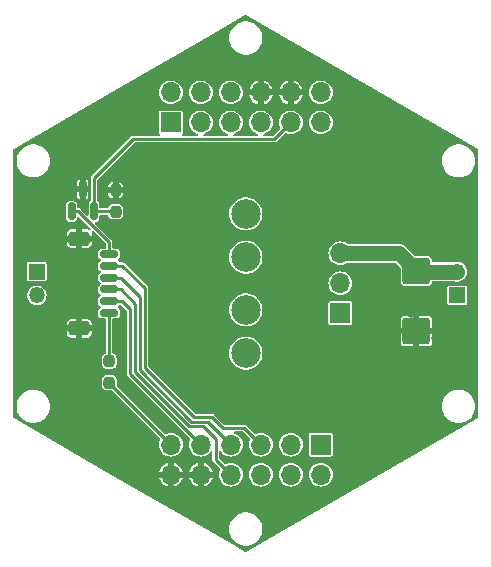
<source format=gbr>
%TF.GenerationSoftware,KiCad,Pcbnew,7.0.5*%
%TF.CreationDate,2023-06-08T00:56:16-04:00*%
%TF.ProjectId,INDICATOR,494e4449-4341-4544-9f52-2e6b69636164,rev?*%
%TF.SameCoordinates,Original*%
%TF.FileFunction,Copper,L1,Top*%
%TF.FilePolarity,Positive*%
%FSLAX46Y46*%
G04 Gerber Fmt 4.6, Leading zero omitted, Abs format (unit mm)*
G04 Created by KiCad (PCBNEW 7.0.5) date 2023-06-08 00:56:16*
%MOMM*%
%LPD*%
G01*
G04 APERTURE LIST*
G04 Aperture macros list*
%AMRoundRect*
0 Rectangle with rounded corners*
0 $1 Rounding radius*
0 $2 $3 $4 $5 $6 $7 $8 $9 X,Y pos of 4 corners*
0 Add a 4 corners polygon primitive as box body*
4,1,4,$2,$3,$4,$5,$6,$7,$8,$9,$2,$3,0*
0 Add four circle primitives for the rounded corners*
1,1,$1+$1,$2,$3*
1,1,$1+$1,$4,$5*
1,1,$1+$1,$6,$7*
1,1,$1+$1,$8,$9*
0 Add four rect primitives between the rounded corners*
20,1,$1+$1,$2,$3,$4,$5,0*
20,1,$1+$1,$4,$5,$6,$7,0*
20,1,$1+$1,$6,$7,$8,$9,0*
20,1,$1+$1,$8,$9,$2,$3,0*%
G04 Aperture macros list end*
%TA.AperFunction,ComponentPad*%
%ADD10C,2.500000*%
%TD*%
%TA.AperFunction,ComponentPad*%
%ADD11R,1.350000X1.350000*%
%TD*%
%TA.AperFunction,ComponentPad*%
%ADD12O,1.350000X1.350000*%
%TD*%
%TA.AperFunction,ComponentPad*%
%ADD13R,1.700000X1.700000*%
%TD*%
%TA.AperFunction,ComponentPad*%
%ADD14O,1.700000X1.700000*%
%TD*%
%TA.AperFunction,SMDPad,CuDef*%
%ADD15RoundRect,0.237500X-0.237500X0.250000X-0.237500X-0.250000X0.237500X-0.250000X0.237500X0.250000X0*%
%TD*%
%TA.AperFunction,SMDPad,CuDef*%
%ADD16RoundRect,0.237500X0.237500X-0.250000X0.237500X0.250000X-0.237500X0.250000X-0.237500X-0.250000X0*%
%TD*%
%TA.AperFunction,SMDPad,CuDef*%
%ADD17RoundRect,0.150000X0.625000X-0.150000X0.625000X0.150000X-0.625000X0.150000X-0.625000X-0.150000X0*%
%TD*%
%TA.AperFunction,SMDPad,CuDef*%
%ADD18RoundRect,0.250000X0.650000X-0.350000X0.650000X0.350000X-0.650000X0.350000X-0.650000X-0.350000X0*%
%TD*%
%TA.AperFunction,SMDPad,CuDef*%
%ADD19RoundRect,0.250000X-0.925000X0.875000X-0.925000X-0.875000X0.925000X-0.875000X0.925000X0.875000X0*%
%TD*%
%TA.AperFunction,SMDPad,CuDef*%
%ADD20RoundRect,0.150000X0.150000X-0.587500X0.150000X0.587500X-0.150000X0.587500X-0.150000X-0.587500X0*%
%TD*%
%TA.AperFunction,ViaPad*%
%ADD21C,0.660400*%
%TD*%
%TA.AperFunction,Conductor*%
%ADD22C,1.270000*%
%TD*%
%TA.AperFunction,Conductor*%
%ADD23C,0.254000*%
%TD*%
G04 APERTURE END LIST*
D10*
%TO.P,U1,1,1*%
%TO.N,/BUR_BAT_in*%
X150160000Y-94203621D03*
%TO.P,U1,2,2*%
X150160000Y-97863621D03*
%TO.P,U1,3,3*%
%TO.N,/BUR_BAT_out*%
X150160000Y-102333621D03*
%TO.P,U1,4,4*%
X150160000Y-105993621D03*
%TD*%
D11*
%TO.P,J3,1,Pin_1*%
%TO.N,/MAIN_BAT*%
X168060000Y-101104610D03*
D12*
%TO.P,J3,2,Pin_2*%
%TO.N,/VBAT1*%
X168060000Y-99104610D03*
%TD*%
D13*
%TO.P,SW1,1,A*%
%TO.N,unconnected-(SW1-A-Pad1)*%
X158160000Y-102623621D03*
D14*
%TO.P,SW1,2,B*%
%TO.N,/MAIN_BAT*%
X158160000Y-100083621D03*
%TO.P,SW1,3,C*%
%TO.N,/VBAT1*%
X158160000Y-97543621D03*
%TD*%
D15*
%TO.P,R2,1*%
%TO.N,GND*%
X139130000Y-92186121D03*
%TO.P,R2,2*%
%TO.N,/TXD*%
X139130000Y-94011121D03*
%TD*%
D13*
%TO.P,J1,1,Pin_1*%
%TO.N,/VBAT*%
X143810000Y-86465599D03*
D14*
%TO.P,J1,2,Pin_2*%
%TO.N,/~{EN}*%
X143810000Y-83925599D03*
%TO.P,J1,3,Pin_3*%
%TO.N,VCC*%
X146350000Y-86465599D03*
%TO.P,J1,4,Pin_4*%
%TO.N,/VBAT_OK*%
X146350000Y-83925599D03*
%TO.P,J1,5,Pin_5*%
%TO.N,/~{I2C_RESET}*%
X148890000Y-86465599D03*
%TO.P,J1,6,Pin_6*%
%TO.N,+5V*%
X148890000Y-83925599D03*
%TO.P,J1,7,Pin_7*%
%TO.N,/RXD*%
X151430000Y-86465599D03*
%TO.P,J1,8,Pin_8*%
%TO.N,GND*%
X151430000Y-83925599D03*
%TO.P,J1,9,Pin_9*%
%TO.N,/TXD*%
X153970000Y-86465599D03*
%TO.P,J1,10,Pin_10*%
%TO.N,GND*%
X153970000Y-83925599D03*
%TO.P,J1,11,Pin_11*%
%TO.N,/SDA*%
X156510000Y-86465599D03*
%TO.P,J1,12,Pin_12*%
%TO.N,/SCL*%
X156510000Y-83925599D03*
%TD*%
D13*
%TO.P,J2,1,Pin_1*%
%TO.N,/P1*%
X156510000Y-113743621D03*
D14*
%TO.P,J2,2,Pin_2*%
%TO.N,unconnected-(J2-Pin_2-Pad2)*%
X156510000Y-116283621D03*
%TO.P,J2,3,Pin_3*%
%TO.N,/P2*%
X153970000Y-113743621D03*
%TO.P,J2,4,Pin_4*%
%TO.N,unconnected-(J2-Pin_4-Pad4)*%
X153970000Y-116283621D03*
%TO.P,J2,5,Pin_5*%
%TO.N,/CHG2-*%
X151430000Y-113743621D03*
%TO.P,J2,6,Pin_6*%
%TO.N,unconnected-(J2-Pin_6-Pad6)*%
X151430000Y-116283621D03*
%TO.P,J2,7,Pin_7*%
%TO.N,/CHG2+*%
X148890000Y-113743621D03*
%TO.P,J2,8,Pin_8*%
%TO.N,/CHG1-*%
X148890000Y-116283621D03*
%TO.P,J2,9,Pin_9*%
%TO.N,/CHG1+*%
X146350000Y-113743621D03*
%TO.P,J2,10,Pin_10*%
%TO.N,GND*%
X146350000Y-116283621D03*
%TO.P,J2,11,Pin_11*%
%TO.N,/BAT_BR*%
X143810000Y-113743621D03*
%TO.P,J2,12,Pin_12*%
%TO.N,GND*%
X143810000Y-116283621D03*
%TD*%
D16*
%TO.P,R1,1*%
%TO.N,/BAT_BR*%
X138585000Y-108481121D03*
%TO.P,R1,2*%
%TO.N,/LED+*%
X138585000Y-106656121D03*
%TD*%
D11*
%TO.P,J4,1,Pin_1*%
%TO.N,/BUR_BAT_in*%
X132460000Y-99098621D03*
D12*
%TO.P,J4,2,Pin_2*%
%TO.N,/BUR_BAT_out*%
X132460000Y-101098621D03*
%TD*%
D17*
%TO.P,J6,1,1*%
%TO.N,/LED+*%
X138585000Y-102598621D03*
%TO.P,J6,2,2*%
%TO.N,/CHG1+*%
X138585000Y-101598621D03*
%TO.P,J6,3,3*%
%TO.N,/CHG1-*%
X138585000Y-100598621D03*
%TO.P,J6,4,4*%
%TO.N,/CHG2+*%
X138585000Y-99598621D03*
%TO.P,J6,5,5*%
%TO.N,/CHG2-*%
X138585000Y-98598621D03*
%TO.P,J6,6,6*%
%TO.N,/LED-*%
X138585000Y-97598621D03*
D18*
%TO.P,J6,MP,MP*%
%TO.N,GND*%
X136060000Y-103898621D03*
X136060000Y-96298621D03*
%TD*%
D19*
%TO.P,C1,1*%
%TO.N,/VBAT1*%
X164610000Y-99024610D03*
%TO.P,C1,2*%
%TO.N,GND*%
X164610000Y-104124610D03*
%TD*%
D20*
%TO.P,Q1,1,D*%
%TO.N,/LED-*%
X135410000Y-93998621D03*
%TO.P,Q1,2,G*%
%TO.N,/TXD*%
X137310000Y-93998621D03*
%TO.P,Q1,3,S*%
%TO.N,GND*%
X136360000Y-92123621D03*
%TD*%
D21*
%TO.N,GND*%
X134160000Y-103198621D03*
X134160000Y-109198621D03*
X162160000Y-106698621D03*
X132160000Y-93198621D03*
X154160000Y-104698621D03*
X140160000Y-85198621D03*
X156160000Y-106698621D03*
X134160000Y-111198621D03*
X168160000Y-104698621D03*
X134160000Y-91198621D03*
X152160000Y-118198621D03*
X162160000Y-87198621D03*
X160160000Y-93198621D03*
X150160000Y-89198621D03*
X148160000Y-110698621D03*
X166160000Y-93198621D03*
X132160000Y-97198621D03*
X164160000Y-109198621D03*
X146160000Y-106698621D03*
X160160000Y-110698621D03*
X150160000Y-82198621D03*
X162160000Y-89198621D03*
X164160000Y-93198621D03*
X136160000Y-89198621D03*
X142160000Y-97198621D03*
X138160000Y-85198621D03*
X138160000Y-89198621D03*
X166160000Y-89198621D03*
X146160000Y-102698621D03*
X148160000Y-89198621D03*
X158160000Y-89198621D03*
X152160000Y-108698621D03*
X132160000Y-105198621D03*
X142160000Y-89198621D03*
X168160000Y-93198621D03*
X166160000Y-104698621D03*
X160160000Y-108698621D03*
X136160000Y-113198621D03*
X158160000Y-104698621D03*
X168160000Y-95198621D03*
X162160000Y-93198621D03*
X148160000Y-120198621D03*
X166160000Y-102698621D03*
X152160000Y-110698621D03*
X158160000Y-108698621D03*
X156160000Y-108698621D03*
X160160000Y-91198621D03*
X152160000Y-120198621D03*
X150160000Y-108698621D03*
X138160000Y-87198621D03*
X162160000Y-102698621D03*
X142160000Y-95198621D03*
X146160000Y-82198621D03*
X152160000Y-91198621D03*
X134160000Y-107198621D03*
X144160000Y-106698621D03*
X168160000Y-102698621D03*
X146160000Y-108698621D03*
X144160000Y-95198621D03*
X146160000Y-118198621D03*
X156160000Y-82198621D03*
X134160000Y-87198621D03*
X160160000Y-89198621D03*
X168160000Y-106698621D03*
X138160000Y-111198621D03*
X154160000Y-82198621D03*
X154160000Y-108698621D03*
X156160000Y-95198621D03*
X162160000Y-111198621D03*
X146160000Y-95198621D03*
X166160000Y-95198621D03*
X164160000Y-95198621D03*
X162160000Y-113198621D03*
X136160000Y-111198621D03*
X158160000Y-91198621D03*
X136160000Y-105198621D03*
X136160000Y-87198621D03*
X134160000Y-97198621D03*
X132160000Y-95198621D03*
X142160000Y-87198621D03*
X162160000Y-95198621D03*
X154160000Y-118198621D03*
X144160000Y-108698621D03*
X158160000Y-110698621D03*
X164160000Y-111198621D03*
X156160000Y-110698621D03*
X148160000Y-82198621D03*
X156160000Y-89198621D03*
X134160000Y-113198621D03*
X162160000Y-91198621D03*
X146160000Y-93198621D03*
X160160000Y-85198621D03*
X158160000Y-93198621D03*
X150160000Y-91198621D03*
X154160000Y-93198621D03*
X142160000Y-93198621D03*
X142160000Y-85198621D03*
X154160000Y-89198621D03*
X154160000Y-100698621D03*
X164160000Y-91198621D03*
X154160000Y-96698621D03*
X156160000Y-91198621D03*
X160160000Y-95198621D03*
X156160000Y-93198621D03*
X166160000Y-87198621D03*
X160160000Y-87198621D03*
X162160000Y-85198621D03*
X142160000Y-91198621D03*
X144160000Y-97198621D03*
X154160000Y-98698621D03*
X154160000Y-106698621D03*
X148160000Y-80198621D03*
X136160000Y-109198621D03*
X158160000Y-95198621D03*
X148160000Y-91198621D03*
X144160000Y-82198621D03*
X148160000Y-118198621D03*
X156160000Y-118198621D03*
X138160000Y-115198621D03*
X146160000Y-91198621D03*
X144160000Y-91198621D03*
X166160000Y-106698621D03*
X134160000Y-105198621D03*
X152160000Y-89198621D03*
X146160000Y-89198621D03*
X148160000Y-108698621D03*
X144160000Y-93198621D03*
X154160000Y-91198621D03*
X132160000Y-103198621D03*
X154160000Y-110698621D03*
X162160000Y-108698621D03*
X134160000Y-95198621D03*
X164160000Y-87198621D03*
X162160000Y-115198621D03*
X134160000Y-89198621D03*
X154160000Y-102698621D03*
X162160000Y-104698621D03*
X138160000Y-113198621D03*
X134160000Y-93198621D03*
X164160000Y-113198621D03*
X160160000Y-104698621D03*
X160160000Y-115198621D03*
X152160000Y-82198621D03*
X150160000Y-118198621D03*
X154160000Y-95198621D03*
X156160000Y-104698621D03*
X140160000Y-113198621D03*
X136160000Y-107198621D03*
X166160000Y-91198621D03*
X144160000Y-118198621D03*
X164160000Y-102698621D03*
X164160000Y-89198621D03*
X152160000Y-80198621D03*
X144160000Y-102698621D03*
X140160000Y-87198621D03*
X140160000Y-115198621D03*
X164160000Y-104698621D03*
X150160000Y-110698621D03*
X158160000Y-106698621D03*
X160160000Y-113198621D03*
X164160000Y-106698621D03*
X160160000Y-106698621D03*
X144160000Y-89198621D03*
X132160000Y-107198621D03*
X146160000Y-104698621D03*
X144160000Y-104698621D03*
X146160000Y-97198621D03*
%TD*%
D22*
%TO.N,/VBAT1*%
X163129011Y-97543621D02*
X164610000Y-99024610D01*
X158160000Y-97543621D02*
X163129011Y-97543621D01*
X164690000Y-99104610D02*
X164610000Y-99024610D01*
X168060000Y-99104610D02*
X164690000Y-99104610D01*
D23*
%TO.N,/TXD*%
X139117500Y-93998621D02*
X139130000Y-94011121D01*
X137310000Y-93998621D02*
X139117500Y-93998621D01*
X140620000Y-87878621D02*
X152556978Y-87878621D01*
X137310000Y-93998621D02*
X137310000Y-91188621D01*
X152556978Y-87878621D02*
X153970000Y-86465599D01*
X137310000Y-91188621D02*
X140620000Y-87878621D01*
%TO.N,/BAT_BR*%
X138585000Y-108518621D02*
X143810000Y-113743621D01*
X138585000Y-108481121D02*
X138585000Y-108518621D01*
%TO.N,/CHG1+*%
X146350000Y-113743621D02*
X140360000Y-107753621D01*
X140360000Y-102298621D02*
X139660000Y-101598621D01*
X139660000Y-101598621D02*
X138585000Y-101598621D01*
X140360000Y-107753621D02*
X140360000Y-102298621D01*
%TO.N,/CHG1-*%
X147610000Y-115003621D02*
X148890000Y-116283621D01*
X138585000Y-100598621D02*
X139610000Y-100598621D01*
X145379736Y-112198621D02*
X146560000Y-112198621D01*
X139610000Y-100598621D02*
X140810000Y-101798621D01*
X140810000Y-101798621D02*
X140810000Y-107628885D01*
X146560000Y-112198621D02*
X147610000Y-113248621D01*
X140810000Y-107628885D02*
X145379736Y-112198621D01*
X147610000Y-113248621D02*
X147610000Y-115003621D01*
%TO.N,/CHG2+*%
X146938600Y-111792221D02*
X145553600Y-111792221D01*
X141216400Y-107455021D02*
X141216400Y-101255021D01*
X145553600Y-111792221D02*
X141216400Y-107455021D01*
X141216400Y-101255021D02*
X139560000Y-99598621D01*
X139560000Y-99598621D02*
X138585000Y-99598621D01*
X148890000Y-113743621D02*
X146938600Y-111792221D01*
%TO.N,/CHG2-*%
X150035000Y-112348621D02*
X148520000Y-112348621D01*
X141622800Y-100511421D02*
X141622800Y-107261421D01*
X151430000Y-113743621D02*
X150035000Y-112348621D01*
X139710000Y-98598621D02*
X141622800Y-100511421D01*
X145747200Y-111385821D02*
X147267200Y-111385821D01*
X138585000Y-98598621D02*
X139710000Y-98598621D01*
X147267200Y-111385821D02*
X148230000Y-112348621D01*
X148230000Y-112348621D02*
X148520000Y-112348621D01*
X141622800Y-107261421D02*
X145747200Y-111385821D01*
%TO.N,/LED+*%
X138585000Y-102598621D02*
X138585000Y-106656121D01*
%TO.N,/LED-*%
X138585000Y-96618384D02*
X138585000Y-97598621D01*
X135410000Y-93998621D02*
X135965237Y-93998621D01*
X135965237Y-93998621D02*
X138585000Y-96618384D01*
%TD*%
%TA.AperFunction,Conductor*%
%TO.N,GND*%
G36*
X150203946Y-77388502D02*
G01*
X169810750Y-88708494D01*
X169849399Y-88754554D01*
X169854700Y-88784618D01*
X169854700Y-111424599D01*
X169834135Y-111481100D01*
X169810750Y-111500723D01*
X150203949Y-122820715D01*
X150144735Y-122831156D01*
X150116049Y-122820715D01*
X149138254Y-122256185D01*
X146770601Y-120889220D01*
X148749884Y-120889220D01*
X148769115Y-121121316D01*
X148769116Y-121121322D01*
X148826286Y-121347080D01*
X148826289Y-121347088D01*
X148897987Y-121510541D01*
X148919840Y-121560361D01*
X148919844Y-121560367D01*
X149047215Y-121755325D01*
X149047216Y-121755327D01*
X149047220Y-121755331D01*
X149204954Y-121926676D01*
X149388740Y-122069722D01*
X149593563Y-122180567D01*
X149813837Y-122256187D01*
X149813839Y-122256187D01*
X149813841Y-122256188D01*
X150043550Y-122294520D01*
X150043554Y-122294520D01*
X150276450Y-122294520D01*
X150506158Y-122256188D01*
X150506158Y-122256187D01*
X150506163Y-122256187D01*
X150726437Y-122180567D01*
X150931260Y-122069722D01*
X151115046Y-121926676D01*
X151272780Y-121755331D01*
X151400160Y-121560361D01*
X151493712Y-121347084D01*
X151550884Y-121121317D01*
X151570116Y-120889220D01*
X151550884Y-120657123D01*
X151550883Y-120657117D01*
X151493713Y-120431359D01*
X151493710Y-120431351D01*
X151400164Y-120218089D01*
X151400160Y-120218079D01*
X151319435Y-120094520D01*
X151272784Y-120023114D01*
X151272783Y-120023112D01*
X151115050Y-119851768D01*
X151115048Y-119851767D01*
X151115046Y-119851764D01*
X150931260Y-119708718D01*
X150726437Y-119597873D01*
X150726433Y-119597871D01*
X150726430Y-119597870D01*
X150506167Y-119522254D01*
X150506158Y-119522251D01*
X150276450Y-119483920D01*
X150276446Y-119483920D01*
X150043554Y-119483920D01*
X150043550Y-119483920D01*
X149813841Y-119522251D01*
X149813832Y-119522254D01*
X149593569Y-119597870D01*
X149388740Y-119708718D01*
X149204949Y-119851768D01*
X149047216Y-120023112D01*
X149047215Y-120023114D01*
X148919844Y-120218072D01*
X148919835Y-120218089D01*
X148826289Y-120431351D01*
X148826286Y-120431359D01*
X148769116Y-120657117D01*
X148769115Y-120657123D01*
X148749884Y-120889220D01*
X146770601Y-120889220D01*
X138353527Y-116029620D01*
X142813001Y-116029620D01*
X142813002Y-116029621D01*
X143378884Y-116029621D01*
X143350507Y-116073777D01*
X143310000Y-116211732D01*
X143310000Y-116355510D01*
X143350507Y-116493465D01*
X143378884Y-116537621D01*
X142813002Y-116537621D01*
X142855840Y-116678841D01*
X142855840Y-116678843D01*
X142951281Y-116857399D01*
X143079717Y-117013899D01*
X143079721Y-117013903D01*
X143236221Y-117142339D01*
X143414778Y-117237780D01*
X143555999Y-117280619D01*
X143556000Y-117280619D01*
X143556000Y-116717295D01*
X143667685Y-116768301D01*
X143774237Y-116783621D01*
X143845763Y-116783621D01*
X143952315Y-116768301D01*
X144064000Y-116717295D01*
X144064000Y-117280619D01*
X144205220Y-117237780D01*
X144205222Y-117237780D01*
X144383778Y-117142339D01*
X144540278Y-117013903D01*
X144540282Y-117013899D01*
X144668718Y-116857399D01*
X144764159Y-116678843D01*
X144764159Y-116678841D01*
X144806998Y-116537621D01*
X144241116Y-116537621D01*
X144269493Y-116493465D01*
X144310000Y-116355510D01*
X144310000Y-116211732D01*
X144269493Y-116073777D01*
X144241116Y-116029621D01*
X144806998Y-116029621D01*
X144806998Y-116029620D01*
X145353001Y-116029620D01*
X145353002Y-116029621D01*
X145918884Y-116029621D01*
X145890507Y-116073777D01*
X145850000Y-116211732D01*
X145850000Y-116355510D01*
X145890507Y-116493465D01*
X145918884Y-116537621D01*
X145353002Y-116537621D01*
X145395840Y-116678841D01*
X145395840Y-116678843D01*
X145491281Y-116857399D01*
X145619717Y-117013899D01*
X145619721Y-117013903D01*
X145776221Y-117142339D01*
X145954778Y-117237780D01*
X146095999Y-117280619D01*
X146096000Y-117280618D01*
X146096000Y-116717295D01*
X146207685Y-116768301D01*
X146314237Y-116783621D01*
X146385763Y-116783621D01*
X146492315Y-116768301D01*
X146604000Y-116717295D01*
X146604000Y-117280619D01*
X146745220Y-117237780D01*
X146745222Y-117237780D01*
X146923778Y-117142339D01*
X147080278Y-117013903D01*
X147080282Y-117013899D01*
X147208718Y-116857399D01*
X147304159Y-116678843D01*
X147304159Y-116678841D01*
X147346998Y-116537621D01*
X146781116Y-116537621D01*
X146809493Y-116493465D01*
X146850000Y-116355510D01*
X146850000Y-116211732D01*
X146809493Y-116073777D01*
X146781116Y-116029621D01*
X147346998Y-116029621D01*
X147346998Y-116029620D01*
X147304159Y-115888400D01*
X147304159Y-115888398D01*
X147208718Y-115709842D01*
X147080282Y-115553342D01*
X147080278Y-115553338D01*
X146923778Y-115424902D01*
X146745225Y-115329463D01*
X146604000Y-115286622D01*
X146604000Y-115849946D01*
X146492315Y-115798941D01*
X146385763Y-115783621D01*
X146314237Y-115783621D01*
X146207685Y-115798941D01*
X146096000Y-115849946D01*
X146096000Y-115286622D01*
X145954774Y-115329463D01*
X145776221Y-115424902D01*
X145619721Y-115553338D01*
X145619717Y-115553342D01*
X145491281Y-115709842D01*
X145395840Y-115888398D01*
X145395840Y-115888400D01*
X145353001Y-116029620D01*
X144806998Y-116029620D01*
X144764159Y-115888400D01*
X144764159Y-115888398D01*
X144668718Y-115709842D01*
X144540282Y-115553342D01*
X144540278Y-115553338D01*
X144383778Y-115424902D01*
X144205225Y-115329463D01*
X144064000Y-115286622D01*
X144064000Y-115849946D01*
X143952315Y-115798941D01*
X143845763Y-115783621D01*
X143774237Y-115783621D01*
X143667685Y-115798941D01*
X143556000Y-115849946D01*
X143556000Y-115286622D01*
X143414774Y-115329463D01*
X143236221Y-115424902D01*
X143079721Y-115553338D01*
X143079717Y-115553342D01*
X142951281Y-115709842D01*
X142855840Y-115888398D01*
X142855840Y-115888400D01*
X142813001Y-116029620D01*
X138353527Y-116029620D01*
X130509248Y-111500723D01*
X130470600Y-111454664D01*
X130465300Y-111424605D01*
X130465300Y-110496915D01*
X130749884Y-110496915D01*
X130769115Y-110729011D01*
X130769116Y-110729017D01*
X130826286Y-110954775D01*
X130826289Y-110954783D01*
X130909167Y-111143725D01*
X130919840Y-111168056D01*
X130919844Y-111168062D01*
X131047215Y-111363020D01*
X131047216Y-111363022D01*
X131173979Y-111500724D01*
X131204954Y-111534371D01*
X131388740Y-111677417D01*
X131593563Y-111788262D01*
X131813837Y-111863882D01*
X131813839Y-111863882D01*
X131813841Y-111863883D01*
X132043550Y-111902215D01*
X132043554Y-111902215D01*
X132276450Y-111902215D01*
X132506158Y-111863883D01*
X132506158Y-111863882D01*
X132506163Y-111863882D01*
X132726437Y-111788262D01*
X132931260Y-111677417D01*
X133115046Y-111534371D01*
X133272780Y-111363026D01*
X133400160Y-111168056D01*
X133493712Y-110954779D01*
X133550884Y-110729012D01*
X133570116Y-110496915D01*
X133550884Y-110264818D01*
X133550883Y-110264812D01*
X133493713Y-110039054D01*
X133493710Y-110039046D01*
X133400164Y-109825784D01*
X133400160Y-109825774D01*
X133319435Y-109702215D01*
X133272784Y-109630809D01*
X133272783Y-109630807D01*
X133115050Y-109459463D01*
X133115048Y-109459462D01*
X133115046Y-109459459D01*
X132931260Y-109316413D01*
X132726437Y-109205568D01*
X132726433Y-109205566D01*
X132726430Y-109205565D01*
X132506167Y-109129949D01*
X132506158Y-109129946D01*
X132276450Y-109091615D01*
X132276446Y-109091615D01*
X132043554Y-109091615D01*
X132043550Y-109091615D01*
X131813841Y-109129946D01*
X131813832Y-109129949D01*
X131593569Y-109205565D01*
X131388740Y-109316413D01*
X131204949Y-109459463D01*
X131047216Y-109630807D01*
X131047215Y-109630809D01*
X130919844Y-109825767D01*
X130919835Y-109825784D01*
X130826289Y-110039046D01*
X130826286Y-110039054D01*
X130769116Y-110264812D01*
X130769115Y-110264818D01*
X130749884Y-110496915D01*
X130465300Y-110496915D01*
X130465300Y-108761842D01*
X137957100Y-108761842D01*
X137971579Y-108853262D01*
X137971579Y-108853263D01*
X137971580Y-108853265D01*
X138027723Y-108963453D01*
X138115168Y-109050898D01*
X138225356Y-109107041D01*
X138316778Y-109121521D01*
X138755652Y-109121521D01*
X138812153Y-109142086D01*
X138817807Y-109147266D01*
X142884954Y-113214413D01*
X142910365Y-113268907D01*
X142900320Y-113318003D01*
X142878958Y-113357968D01*
X142878957Y-113357972D01*
X142821612Y-113547011D01*
X142802247Y-113743621D01*
X142821612Y-113940230D01*
X142878957Y-114129269D01*
X142878958Y-114129271D01*
X142972084Y-114303499D01*
X143097411Y-114456210D01*
X143250122Y-114581537D01*
X143424350Y-114674663D01*
X143613397Y-114732010D01*
X143810000Y-114751374D01*
X144006603Y-114732010D01*
X144195650Y-114674663D01*
X144369878Y-114581537D01*
X144522589Y-114456210D01*
X144647916Y-114303499D01*
X144741042Y-114129271D01*
X144798389Y-113940224D01*
X144817753Y-113743621D01*
X144798389Y-113547018D01*
X144741042Y-113357971D01*
X144647916Y-113183743D01*
X144522589Y-113031032D01*
X144369878Y-112905705D01*
X144195650Y-112812579D01*
X144195649Y-112812578D01*
X144195648Y-112812578D01*
X144006609Y-112755233D01*
X144006604Y-112755232D01*
X144006603Y-112755232D01*
X143810000Y-112735868D01*
X143613397Y-112755232D01*
X143613395Y-112755232D01*
X143613390Y-112755233D01*
X143424351Y-112812578D01*
X143424347Y-112812579D01*
X143384382Y-112833941D01*
X143324858Y-112842439D01*
X143280792Y-112818575D01*
X139238645Y-108776427D01*
X139213234Y-108721933D01*
X139212900Y-108714272D01*
X139212900Y-108200399D01*
X139198420Y-108108979D01*
X139198420Y-108108977D01*
X139142277Y-107998789D01*
X139054832Y-107911344D01*
X138944644Y-107855201D01*
X138944642Y-107855200D01*
X138944641Y-107855200D01*
X138874414Y-107844077D01*
X138853222Y-107840721D01*
X138316778Y-107840721D01*
X138299574Y-107843445D01*
X138225358Y-107855200D01*
X138115168Y-107911344D01*
X138027723Y-107998789D01*
X137971579Y-108108979D01*
X137957100Y-108200399D01*
X137957100Y-108761842D01*
X130465300Y-108761842D01*
X130465300Y-104152621D01*
X134982200Y-104152621D01*
X134982200Y-104300154D01*
X134984909Y-104329050D01*
X134984910Y-104329055D01*
X135027501Y-104450774D01*
X135027502Y-104450775D01*
X135104080Y-104554535D01*
X135104085Y-104554540D01*
X135207845Y-104631118D01*
X135207846Y-104631119D01*
X135329565Y-104673710D01*
X135329570Y-104673711D01*
X135358466Y-104676420D01*
X135358470Y-104676421D01*
X135805999Y-104676421D01*
X135806000Y-104676419D01*
X136314000Y-104676419D01*
X136314001Y-104676421D01*
X136761530Y-104676421D01*
X136761533Y-104676420D01*
X136790429Y-104673711D01*
X136790434Y-104673710D01*
X136912153Y-104631119D01*
X136912154Y-104631118D01*
X137015914Y-104554540D01*
X137015919Y-104554535D01*
X137092497Y-104450775D01*
X137092498Y-104450774D01*
X137135089Y-104329055D01*
X137135090Y-104329050D01*
X137137799Y-104300154D01*
X137137800Y-104300151D01*
X137137800Y-104152622D01*
X137137799Y-104152621D01*
X136314001Y-104152621D01*
X136314000Y-104152622D01*
X136314000Y-104676419D01*
X135806000Y-104676419D01*
X135806000Y-104152622D01*
X135805999Y-104152621D01*
X134982200Y-104152621D01*
X130465300Y-104152621D01*
X130465300Y-103644620D01*
X134982200Y-103644620D01*
X134982201Y-103644621D01*
X135805999Y-103644621D01*
X135806000Y-103644619D01*
X136314000Y-103644619D01*
X136314001Y-103644621D01*
X137137799Y-103644621D01*
X137137800Y-103644619D01*
X137137800Y-103497090D01*
X137137799Y-103497087D01*
X137135090Y-103468191D01*
X137135089Y-103468186D01*
X137092498Y-103346467D01*
X137092497Y-103346466D01*
X137015919Y-103242706D01*
X137015914Y-103242701D01*
X136912154Y-103166123D01*
X136912153Y-103166122D01*
X136790434Y-103123531D01*
X136790429Y-103123530D01*
X136761533Y-103120821D01*
X136314001Y-103120821D01*
X136314000Y-103120822D01*
X136314000Y-103644619D01*
X135806000Y-103644619D01*
X135806000Y-103120822D01*
X135805999Y-103120821D01*
X135358466Y-103120821D01*
X135329570Y-103123530D01*
X135329565Y-103123531D01*
X135207846Y-103166122D01*
X135207845Y-103166123D01*
X135104085Y-103242701D01*
X135104080Y-103242706D01*
X135027502Y-103346466D01*
X135027501Y-103346467D01*
X134984910Y-103468186D01*
X134984909Y-103468191D01*
X134982200Y-103497087D01*
X134982200Y-103644620D01*
X130465300Y-103644620D01*
X130465300Y-101098625D01*
X131627540Y-101098625D01*
X131645729Y-101271693D01*
X131645731Y-101271699D01*
X131699510Y-101437213D01*
X131786526Y-101587929D01*
X131902976Y-101717259D01*
X132043770Y-101819553D01*
X132202756Y-101890338D01*
X132372984Y-101926521D01*
X132547016Y-101926521D01*
X132717244Y-101890338D01*
X132876230Y-101819553D01*
X133017024Y-101717259D01*
X133133474Y-101587929D01*
X133220490Y-101437213D01*
X133274269Y-101271699D01*
X133274270Y-101271693D01*
X133292460Y-101098625D01*
X133292460Y-101098616D01*
X133274270Y-100925548D01*
X133274269Y-100925545D01*
X133274269Y-100925543D01*
X133220490Y-100760029D01*
X133133474Y-100609313D01*
X133017024Y-100479983D01*
X132876230Y-100377689D01*
X132717244Y-100306904D01*
X132717242Y-100306903D01*
X132717241Y-100306903D01*
X132547016Y-100270721D01*
X132372984Y-100270721D01*
X132202758Y-100306903D01*
X132202754Y-100306905D01*
X132043769Y-100377689D01*
X131902977Y-100479982D01*
X131902975Y-100479983D01*
X131786527Y-100609311D01*
X131786525Y-100609313D01*
X131786526Y-100609313D01*
X131699510Y-100760029D01*
X131688522Y-100793847D01*
X131645729Y-100925548D01*
X131627540Y-101098616D01*
X131627540Y-101098625D01*
X130465300Y-101098625D01*
X130465300Y-99788679D01*
X131632100Y-99788679D01*
X131639433Y-99825541D01*
X131640972Y-99833279D01*
X131674766Y-99883855D01*
X131679500Y-99887018D01*
X131725341Y-99917649D01*
X131732741Y-99919120D01*
X131769943Y-99926521D01*
X133150056Y-99926520D01*
X133150058Y-99926520D01*
X133162750Y-99923995D01*
X133194658Y-99917649D01*
X133245234Y-99883855D01*
X133279028Y-99833279D01*
X133287900Y-99788678D01*
X133287899Y-98408565D01*
X133287898Y-98408564D01*
X133287899Y-98408562D01*
X133282949Y-98383678D01*
X133279028Y-98363963D01*
X133245234Y-98313387D01*
X133244493Y-98312892D01*
X133194658Y-98279592D01*
X133157456Y-98272192D01*
X133150057Y-98270721D01*
X133150056Y-98270721D01*
X131769941Y-98270721D01*
X131725341Y-98279593D01*
X131674767Y-98313386D01*
X131674764Y-98313389D01*
X131640971Y-98363962D01*
X131632100Y-98408564D01*
X131632100Y-99788679D01*
X130465300Y-99788679D01*
X130465300Y-96552621D01*
X134982200Y-96552621D01*
X134982200Y-96700154D01*
X134984909Y-96729050D01*
X134984910Y-96729055D01*
X135027501Y-96850774D01*
X135027502Y-96850775D01*
X135104080Y-96954535D01*
X135104085Y-96954540D01*
X135207845Y-97031118D01*
X135207846Y-97031119D01*
X135329565Y-97073710D01*
X135329570Y-97073711D01*
X135358466Y-97076420D01*
X135358470Y-97076421D01*
X135805999Y-97076421D01*
X135806000Y-97076420D01*
X135806000Y-97076419D01*
X136314000Y-97076419D01*
X136314001Y-97076421D01*
X136761530Y-97076421D01*
X136761533Y-97076420D01*
X136790429Y-97073711D01*
X136790434Y-97073710D01*
X136912153Y-97031119D01*
X136912154Y-97031118D01*
X137015914Y-96954540D01*
X137015919Y-96954535D01*
X137092497Y-96850775D01*
X137092498Y-96850774D01*
X137135089Y-96729055D01*
X137135090Y-96729050D01*
X137137799Y-96700154D01*
X137137800Y-96700151D01*
X137137800Y-96552622D01*
X137137799Y-96552621D01*
X136314001Y-96552621D01*
X136314000Y-96552622D01*
X136314000Y-97076419D01*
X135806000Y-97076419D01*
X135806000Y-96552622D01*
X135805999Y-96552621D01*
X134982200Y-96552621D01*
X130465300Y-96552621D01*
X130465300Y-96044620D01*
X134982200Y-96044620D01*
X134982201Y-96044621D01*
X135805999Y-96044621D01*
X135806000Y-96044620D01*
X135806000Y-95520822D01*
X135805999Y-95520821D01*
X135358466Y-95520821D01*
X135329570Y-95523530D01*
X135329565Y-95523531D01*
X135207846Y-95566122D01*
X135207845Y-95566123D01*
X135104085Y-95642701D01*
X135104080Y-95642706D01*
X135027502Y-95746466D01*
X135027501Y-95746467D01*
X134984910Y-95868186D01*
X134984909Y-95868191D01*
X134982200Y-95897087D01*
X134982200Y-96044620D01*
X130465300Y-96044620D01*
X130465300Y-94631339D01*
X134957100Y-94631339D01*
X134957101Y-94631358D01*
X134960038Y-94656670D01*
X134960039Y-94656674D01*
X134961818Y-94660703D01*
X135005780Y-94760266D01*
X135085855Y-94840341D01*
X135189450Y-94886083D01*
X135214774Y-94889021D01*
X135214781Y-94889021D01*
X135605219Y-94889021D01*
X135605226Y-94889021D01*
X135630550Y-94886083D01*
X135734145Y-94840341D01*
X135814220Y-94760266D01*
X135859962Y-94656671D01*
X135862900Y-94631347D01*
X135862900Y-94504331D01*
X135883465Y-94447830D01*
X135935536Y-94417766D01*
X135994750Y-94428207D01*
X136012950Y-94442172D01*
X136555360Y-94984582D01*
X136985556Y-95414778D01*
X137010967Y-95469272D01*
X136995404Y-95527350D01*
X136946151Y-95561838D01*
X136894370Y-95559900D01*
X136790434Y-95523531D01*
X136790429Y-95523530D01*
X136761533Y-95520821D01*
X136314001Y-95520821D01*
X136314000Y-95520822D01*
X136314000Y-96044619D01*
X136314001Y-96044621D01*
X137137799Y-96044621D01*
X137137800Y-96044620D01*
X137137800Y-95897090D01*
X137137799Y-95897087D01*
X137135090Y-95868191D01*
X137135090Y-95868189D01*
X137098720Y-95764251D01*
X137099469Y-95704128D01*
X137138689Y-95658554D01*
X137198028Y-95648851D01*
X137243842Y-95673064D01*
X138279355Y-96708577D01*
X138304766Y-96763071D01*
X138305100Y-96770732D01*
X138305100Y-97057821D01*
X138284535Y-97114322D01*
X138232464Y-97144386D01*
X138217200Y-97145721D01*
X137914774Y-97145721D01*
X137914768Y-97145721D01*
X137914762Y-97145722D01*
X137889450Y-97148659D01*
X137889446Y-97148660D01*
X137785856Y-97194400D01*
X137705779Y-97274477D01*
X137660039Y-97378067D01*
X137660038Y-97378071D01*
X137657101Y-97403383D01*
X137657100Y-97403402D01*
X137657100Y-97793839D01*
X137657101Y-97793858D01*
X137660038Y-97819170D01*
X137660039Y-97819174D01*
X137679664Y-97863620D01*
X137705780Y-97922766D01*
X137785855Y-98002841D01*
X137809404Y-98013239D01*
X137820664Y-98018211D01*
X137864044Y-98059846D01*
X137870513Y-98119624D01*
X137837044Y-98169575D01*
X137820664Y-98179031D01*
X137785856Y-98194400D01*
X137705779Y-98274477D01*
X137660039Y-98378067D01*
X137660038Y-98378071D01*
X137657101Y-98403383D01*
X137657100Y-98403402D01*
X137657100Y-98793839D01*
X137657101Y-98793858D01*
X137660038Y-98819170D01*
X137660039Y-98819174D01*
X137686244Y-98878521D01*
X137705780Y-98922766D01*
X137785855Y-99002841D01*
X137809404Y-99013239D01*
X137820664Y-99018211D01*
X137864044Y-99059846D01*
X137870513Y-99119624D01*
X137837044Y-99169575D01*
X137820664Y-99179031D01*
X137785856Y-99194400D01*
X137705779Y-99274477D01*
X137660039Y-99378067D01*
X137660038Y-99378071D01*
X137657101Y-99403383D01*
X137657100Y-99403402D01*
X137657100Y-99793839D01*
X137657101Y-99793858D01*
X137660038Y-99819170D01*
X137660039Y-99819174D01*
X137705779Y-99922764D01*
X137705780Y-99922766D01*
X137785855Y-100002841D01*
X137809404Y-100013239D01*
X137820664Y-100018211D01*
X137864044Y-100059846D01*
X137870513Y-100119624D01*
X137837044Y-100169575D01*
X137820664Y-100179031D01*
X137785856Y-100194400D01*
X137705779Y-100274477D01*
X137660039Y-100378067D01*
X137660038Y-100378071D01*
X137657101Y-100403383D01*
X137657100Y-100403402D01*
X137657100Y-100793839D01*
X137657101Y-100793858D01*
X137660038Y-100819170D01*
X137660039Y-100819174D01*
X137705779Y-100922764D01*
X137705780Y-100922766D01*
X137785855Y-101002841D01*
X137809404Y-101013239D01*
X137820664Y-101018211D01*
X137864044Y-101059846D01*
X137870513Y-101119624D01*
X137837044Y-101169575D01*
X137820664Y-101179031D01*
X137785856Y-101194400D01*
X137705779Y-101274477D01*
X137660039Y-101378067D01*
X137660038Y-101378071D01*
X137657101Y-101403383D01*
X137657100Y-101403402D01*
X137657100Y-101793839D01*
X137657101Y-101793858D01*
X137660038Y-101819170D01*
X137660039Y-101819174D01*
X137694609Y-101897466D01*
X137705780Y-101922766D01*
X137785855Y-102002841D01*
X137809404Y-102013239D01*
X137820664Y-102018211D01*
X137864044Y-102059846D01*
X137870513Y-102119624D01*
X137837044Y-102169575D01*
X137820664Y-102179031D01*
X137785856Y-102194400D01*
X137705779Y-102274477D01*
X137660039Y-102378067D01*
X137660038Y-102378071D01*
X137658792Y-102388814D01*
X137657100Y-102403395D01*
X137657100Y-102793847D01*
X137660038Y-102819171D01*
X137705780Y-102922766D01*
X137785855Y-103002841D01*
X137889450Y-103048583D01*
X137914774Y-103051521D01*
X138217200Y-103051521D01*
X138273701Y-103072086D01*
X138303765Y-103124157D01*
X138305100Y-103139421D01*
X138305100Y-105942497D01*
X138284535Y-105998998D01*
X138232464Y-106029062D01*
X138230955Y-106029314D01*
X138225357Y-106030200D01*
X138115168Y-106086344D01*
X138027723Y-106173789D01*
X137971579Y-106283979D01*
X137957100Y-106375399D01*
X137957100Y-106936842D01*
X137971579Y-107028262D01*
X137971579Y-107028263D01*
X137971580Y-107028265D01*
X138027723Y-107138453D01*
X138115168Y-107225898D01*
X138225356Y-107282041D01*
X138316778Y-107296521D01*
X138316779Y-107296521D01*
X138853221Y-107296521D01*
X138853222Y-107296521D01*
X138944644Y-107282041D01*
X139054832Y-107225898D01*
X139142277Y-107138453D01*
X139198420Y-107028265D01*
X139212900Y-106936843D01*
X139212900Y-106375399D01*
X139198420Y-106283977D01*
X139142277Y-106173789D01*
X139054832Y-106086344D01*
X138944644Y-106030201D01*
X138944643Y-106030200D01*
X138944642Y-106030200D01*
X138939045Y-106029314D01*
X138886458Y-106000161D01*
X138864913Y-105944027D01*
X138864900Y-105942497D01*
X138864900Y-103139421D01*
X138885465Y-103082920D01*
X138937536Y-103052856D01*
X138952800Y-103051521D01*
X139255219Y-103051521D01*
X139255226Y-103051521D01*
X139280550Y-103048583D01*
X139384145Y-103002841D01*
X139464220Y-102922766D01*
X139509962Y-102819171D01*
X139512900Y-102793847D01*
X139512900Y-102403395D01*
X139509962Y-102378071D01*
X139464220Y-102274476D01*
X139384145Y-102194401D01*
X139349336Y-102179031D01*
X139349334Y-102179030D01*
X139305954Y-102137394D01*
X139299486Y-102077616D01*
X139332956Y-102027666D01*
X139349327Y-102018214D01*
X139384145Y-102002841D01*
X139464109Y-101922876D01*
X139518602Y-101897466D01*
X139576680Y-101913029D01*
X139588418Y-101922877D01*
X140054355Y-102388814D01*
X140079766Y-102443308D01*
X140080100Y-102450969D01*
X140080100Y-107693624D01*
X140078071Y-107706069D01*
X140079107Y-107706214D01*
X140077982Y-107714279D01*
X140080053Y-107759072D01*
X140080100Y-107761102D01*
X140080100Y-107779563D01*
X140080735Y-107782960D01*
X140081435Y-107789003D01*
X140082814Y-107818813D01*
X140086714Y-107827646D01*
X140092704Y-107846989D01*
X140094478Y-107856479D01*
X140094481Y-107856486D01*
X140110187Y-107881851D01*
X140113029Y-107887242D01*
X140125084Y-107914543D01*
X140131914Y-107921373D01*
X140144486Y-107937245D01*
X140149568Y-107945452D01*
X140149571Y-107945456D01*
X140173374Y-107963431D01*
X140177971Y-107967431D01*
X145424954Y-113214413D01*
X145450365Y-113268907D01*
X145440320Y-113318003D01*
X145418958Y-113357968D01*
X145418957Y-113357972D01*
X145361612Y-113547011D01*
X145342247Y-113743621D01*
X145361612Y-113940230D01*
X145418957Y-114129269D01*
X145418958Y-114129271D01*
X145512084Y-114303499D01*
X145637411Y-114456210D01*
X145790122Y-114581537D01*
X145964350Y-114674663D01*
X146153397Y-114732010D01*
X146350000Y-114751374D01*
X146546603Y-114732010D01*
X146735650Y-114674663D01*
X146909878Y-114581537D01*
X147062589Y-114456210D01*
X147174252Y-114320147D01*
X147225993Y-114289518D01*
X147285317Y-114299313D01*
X147324466Y-114344948D01*
X147330100Y-114375911D01*
X147330100Y-114943624D01*
X147328071Y-114956069D01*
X147329107Y-114956214D01*
X147327982Y-114964279D01*
X147330053Y-115009072D01*
X147330100Y-115011102D01*
X147330100Y-115029563D01*
X147330735Y-115032960D01*
X147331435Y-115039003D01*
X147332814Y-115068813D01*
X147336714Y-115077646D01*
X147342704Y-115096989D01*
X147344478Y-115106479D01*
X147344481Y-115106486D01*
X147360187Y-115131851D01*
X147363029Y-115137242D01*
X147375084Y-115164543D01*
X147381913Y-115171372D01*
X147394489Y-115187250D01*
X147399567Y-115195451D01*
X147399568Y-115195453D01*
X147423377Y-115213434D01*
X147427973Y-115217433D01*
X147964954Y-115754413D01*
X147990365Y-115808907D01*
X147980320Y-115858003D01*
X147958958Y-115897968D01*
X147958957Y-115897972D01*
X147901612Y-116087011D01*
X147882247Y-116283621D01*
X147901612Y-116480230D01*
X147958957Y-116669269D01*
X147958958Y-116669271D01*
X148052084Y-116843499D01*
X148177411Y-116996210D01*
X148330122Y-117121537D01*
X148504350Y-117214663D01*
X148693397Y-117272010D01*
X148890000Y-117291374D01*
X149086603Y-117272010D01*
X149275650Y-117214663D01*
X149449878Y-117121537D01*
X149602589Y-116996210D01*
X149727916Y-116843499D01*
X149821042Y-116669271D01*
X149878389Y-116480224D01*
X149897753Y-116283621D01*
X150422247Y-116283621D01*
X150441612Y-116480230D01*
X150498957Y-116669269D01*
X150498958Y-116669271D01*
X150592084Y-116843499D01*
X150717411Y-116996210D01*
X150870122Y-117121537D01*
X151044350Y-117214663D01*
X151233397Y-117272010D01*
X151430000Y-117291374D01*
X151626603Y-117272010D01*
X151815650Y-117214663D01*
X151989878Y-117121537D01*
X152142589Y-116996210D01*
X152267916Y-116843499D01*
X152361042Y-116669271D01*
X152418389Y-116480224D01*
X152437753Y-116283621D01*
X152962247Y-116283621D01*
X152981612Y-116480230D01*
X153038957Y-116669269D01*
X153038958Y-116669271D01*
X153132084Y-116843499D01*
X153257411Y-116996210D01*
X153410122Y-117121537D01*
X153584350Y-117214663D01*
X153773397Y-117272010D01*
X153970000Y-117291374D01*
X154166603Y-117272010D01*
X154355650Y-117214663D01*
X154529878Y-117121537D01*
X154682589Y-116996210D01*
X154807916Y-116843499D01*
X154901042Y-116669271D01*
X154958389Y-116480224D01*
X154977753Y-116283621D01*
X155502247Y-116283621D01*
X155521612Y-116480230D01*
X155578957Y-116669269D01*
X155578958Y-116669271D01*
X155672084Y-116843499D01*
X155797411Y-116996210D01*
X155950122Y-117121537D01*
X156124350Y-117214663D01*
X156313397Y-117272010D01*
X156510000Y-117291374D01*
X156706603Y-117272010D01*
X156895650Y-117214663D01*
X157069878Y-117121537D01*
X157222589Y-116996210D01*
X157347916Y-116843499D01*
X157441042Y-116669271D01*
X157498389Y-116480224D01*
X157517753Y-116283621D01*
X157498389Y-116087018D01*
X157441042Y-115897971D01*
X157347916Y-115723743D01*
X157222589Y-115571032D01*
X157069878Y-115445705D01*
X156895650Y-115352579D01*
X156895649Y-115352578D01*
X156895648Y-115352578D01*
X156706609Y-115295233D01*
X156706604Y-115295232D01*
X156706603Y-115295232D01*
X156510000Y-115275868D01*
X156509999Y-115275868D01*
X156462657Y-115280530D01*
X156313397Y-115295232D01*
X156313395Y-115295232D01*
X156313390Y-115295233D01*
X156124351Y-115352578D01*
X155950121Y-115445705D01*
X155797413Y-115571030D01*
X155797409Y-115571034D01*
X155672084Y-115723742D01*
X155578957Y-115897972D01*
X155521612Y-116087011D01*
X155502247Y-116283621D01*
X154977753Y-116283621D01*
X154958389Y-116087018D01*
X154901042Y-115897971D01*
X154807916Y-115723743D01*
X154682589Y-115571032D01*
X154529878Y-115445705D01*
X154355650Y-115352579D01*
X154355649Y-115352578D01*
X154355648Y-115352578D01*
X154166609Y-115295233D01*
X154166604Y-115295232D01*
X154166603Y-115295232D01*
X153970000Y-115275868D01*
X153773397Y-115295232D01*
X153773395Y-115295232D01*
X153773390Y-115295233D01*
X153584351Y-115352578D01*
X153410121Y-115445705D01*
X153257413Y-115571030D01*
X153257409Y-115571034D01*
X153132084Y-115723742D01*
X153038957Y-115897972D01*
X152981612Y-116087011D01*
X152962247Y-116283621D01*
X152437753Y-116283621D01*
X152418389Y-116087018D01*
X152361042Y-115897971D01*
X152267916Y-115723743D01*
X152142589Y-115571032D01*
X151989878Y-115445705D01*
X151815650Y-115352579D01*
X151815649Y-115352578D01*
X151815648Y-115352578D01*
X151626609Y-115295233D01*
X151626604Y-115295232D01*
X151626603Y-115295232D01*
X151430000Y-115275868D01*
X151429999Y-115275868D01*
X151382657Y-115280530D01*
X151233397Y-115295232D01*
X151233395Y-115295232D01*
X151233390Y-115295233D01*
X151044351Y-115352578D01*
X150870121Y-115445705D01*
X150717413Y-115571030D01*
X150717409Y-115571034D01*
X150592084Y-115723742D01*
X150498957Y-115897972D01*
X150441612Y-116087011D01*
X150422247Y-116283621D01*
X149897753Y-116283621D01*
X149878389Y-116087018D01*
X149821042Y-115897971D01*
X149727916Y-115723743D01*
X149602589Y-115571032D01*
X149449878Y-115445705D01*
X149275650Y-115352579D01*
X149275649Y-115352578D01*
X149275648Y-115352578D01*
X149086609Y-115295233D01*
X149086604Y-115295232D01*
X149086603Y-115295232D01*
X148890000Y-115275868D01*
X148889999Y-115275868D01*
X148842657Y-115280530D01*
X148693397Y-115295232D01*
X148693395Y-115295232D01*
X148693390Y-115295233D01*
X148504351Y-115352578D01*
X148504347Y-115352579D01*
X148464382Y-115373941D01*
X148404858Y-115382439D01*
X148360792Y-115358575D01*
X148139459Y-115137242D01*
X147915645Y-114913427D01*
X147890234Y-114858933D01*
X147889900Y-114851272D01*
X147889900Y-114350540D01*
X147910465Y-114294039D01*
X147962536Y-114263975D01*
X148021750Y-114274416D01*
X148049286Y-114300208D01*
X148049345Y-114300161D01*
X148049709Y-114300605D01*
X148050889Y-114301710D01*
X148052082Y-114303496D01*
X148052084Y-114303499D01*
X148177411Y-114456210D01*
X148330122Y-114581537D01*
X148504350Y-114674663D01*
X148693397Y-114732010D01*
X148890000Y-114751374D01*
X149086603Y-114732010D01*
X149275650Y-114674663D01*
X149449878Y-114581537D01*
X149602589Y-114456210D01*
X149727916Y-114303499D01*
X149821042Y-114129271D01*
X149878389Y-113940224D01*
X149897753Y-113743621D01*
X149878389Y-113547018D01*
X149821042Y-113357971D01*
X149727916Y-113183743D01*
X149602589Y-113031032D01*
X149449878Y-112905705D01*
X149275650Y-112812579D01*
X149275649Y-112812578D01*
X149275648Y-112812578D01*
X149235951Y-112800536D01*
X149187852Y-112764455D01*
X149174199Y-112705899D01*
X149201379Y-112652266D01*
X149256675Y-112628652D01*
X149261467Y-112628521D01*
X149882652Y-112628521D01*
X149939153Y-112649086D01*
X149944807Y-112654266D01*
X150504954Y-113214413D01*
X150530365Y-113268907D01*
X150520320Y-113318003D01*
X150498958Y-113357968D01*
X150498957Y-113357972D01*
X150441612Y-113547011D01*
X150422247Y-113743620D01*
X150441612Y-113940230D01*
X150498957Y-114129269D01*
X150498958Y-114129271D01*
X150592084Y-114303499D01*
X150717411Y-114456210D01*
X150870122Y-114581537D01*
X151044350Y-114674663D01*
X151233397Y-114732010D01*
X151430000Y-114751374D01*
X151626603Y-114732010D01*
X151815650Y-114674663D01*
X151989878Y-114581537D01*
X152142589Y-114456210D01*
X152267916Y-114303499D01*
X152361042Y-114129271D01*
X152418389Y-113940224D01*
X152437753Y-113743621D01*
X152437753Y-113743620D01*
X152962247Y-113743620D01*
X152981612Y-113940230D01*
X153038957Y-114129269D01*
X153038958Y-114129271D01*
X153132084Y-114303499D01*
X153257411Y-114456210D01*
X153410122Y-114581537D01*
X153584350Y-114674663D01*
X153773397Y-114732010D01*
X153970000Y-114751374D01*
X154166603Y-114732010D01*
X154355650Y-114674663D01*
X154479098Y-114608679D01*
X155507100Y-114608679D01*
X155515972Y-114653279D01*
X155549766Y-114703855D01*
X155566701Y-114715171D01*
X155600341Y-114737649D01*
X155607741Y-114739120D01*
X155644943Y-114746521D01*
X157375056Y-114746520D01*
X157375058Y-114746520D01*
X157387750Y-114743995D01*
X157419658Y-114737649D01*
X157470234Y-114703855D01*
X157504028Y-114653279D01*
X157512900Y-114608678D01*
X157512899Y-112878565D01*
X157512899Y-112878564D01*
X157512899Y-112878562D01*
X157509111Y-112859523D01*
X157504028Y-112833963D01*
X157470234Y-112783387D01*
X157463034Y-112778576D01*
X157419658Y-112749592D01*
X157382456Y-112742192D01*
X157375057Y-112740721D01*
X157375056Y-112740721D01*
X155644941Y-112740721D01*
X155600341Y-112749593D01*
X155549767Y-112783386D01*
X155549764Y-112783389D01*
X155515971Y-112833962D01*
X155507100Y-112878564D01*
X155507100Y-114608679D01*
X154479098Y-114608679D01*
X154529878Y-114581537D01*
X154682589Y-114456210D01*
X154807916Y-114303499D01*
X154901042Y-114129271D01*
X154958389Y-113940224D01*
X154977753Y-113743621D01*
X154958389Y-113547018D01*
X154901042Y-113357971D01*
X154807916Y-113183743D01*
X154682589Y-113031032D01*
X154529878Y-112905705D01*
X154355650Y-112812579D01*
X154355649Y-112812578D01*
X154355648Y-112812578D01*
X154166609Y-112755233D01*
X154166604Y-112755232D01*
X154166603Y-112755232D01*
X153970000Y-112735868D01*
X153773397Y-112755232D01*
X153773395Y-112755232D01*
X153773390Y-112755233D01*
X153584351Y-112812578D01*
X153410121Y-112905705D01*
X153257413Y-113031030D01*
X153257409Y-113031034D01*
X153132084Y-113183742D01*
X153038957Y-113357972D01*
X152981612Y-113547011D01*
X152962247Y-113743620D01*
X152437753Y-113743620D01*
X152418389Y-113547018D01*
X152361042Y-113357971D01*
X152267916Y-113183743D01*
X152142589Y-113031032D01*
X151989878Y-112905705D01*
X151815650Y-112812579D01*
X151815649Y-112812578D01*
X151815648Y-112812578D01*
X151626609Y-112755233D01*
X151626604Y-112755232D01*
X151626603Y-112755232D01*
X151430000Y-112735868D01*
X151429999Y-112735868D01*
X151382657Y-112740530D01*
X151233397Y-112755232D01*
X151233395Y-112755232D01*
X151233390Y-112755233D01*
X151044351Y-112812578D01*
X151044347Y-112812579D01*
X151004382Y-112833941D01*
X150944858Y-112842439D01*
X150900792Y-112818575D01*
X150275342Y-112193125D01*
X150267978Y-112182887D01*
X150267141Y-112183520D01*
X150262235Y-112177022D01*
X150229097Y-112146813D01*
X150227628Y-112145411D01*
X150214579Y-112132362D01*
X150211730Y-112130410D01*
X150206955Y-112126628D01*
X150184903Y-112106525D01*
X150184901Y-112106523D01*
X150184898Y-112106522D01*
X150184897Y-112106521D01*
X150175898Y-112103035D01*
X150157976Y-112093588D01*
X150150016Y-112088135D01*
X150143215Y-112086535D01*
X150120967Y-112081302D01*
X150115147Y-112079500D01*
X150087326Y-112068722D01*
X150087323Y-112068721D01*
X150087322Y-112068721D01*
X150087321Y-112068721D01*
X150077668Y-112068721D01*
X150057543Y-112066386D01*
X150048151Y-112064177D01*
X150018599Y-112068299D01*
X150012522Y-112068721D01*
X148382349Y-112068721D01*
X148325848Y-112048156D01*
X148320194Y-112042976D01*
X147507542Y-111230325D01*
X147500178Y-111220087D01*
X147499341Y-111220720D01*
X147494435Y-111214222D01*
X147461297Y-111184013D01*
X147459828Y-111182611D01*
X147446779Y-111169562D01*
X147443930Y-111167610D01*
X147439155Y-111163828D01*
X147417103Y-111143725D01*
X147417101Y-111143723D01*
X147417098Y-111143722D01*
X147417097Y-111143721D01*
X147408098Y-111140235D01*
X147390176Y-111130788D01*
X147382216Y-111125335D01*
X147375415Y-111123735D01*
X147353167Y-111118502D01*
X147347347Y-111116700D01*
X147319526Y-111105922D01*
X147319523Y-111105921D01*
X147319522Y-111105921D01*
X147319521Y-111105921D01*
X147309868Y-111105921D01*
X147289743Y-111103586D01*
X147280351Y-111101377D01*
X147250799Y-111105499D01*
X147244722Y-111105921D01*
X145899548Y-111105921D01*
X145843047Y-111085356D01*
X145837393Y-111080176D01*
X145254131Y-110496914D01*
X166749884Y-110496914D01*
X166769115Y-110729011D01*
X166769116Y-110729017D01*
X166826286Y-110954775D01*
X166826289Y-110954783D01*
X166909167Y-111143725D01*
X166919840Y-111168056D01*
X166919844Y-111168062D01*
X167047215Y-111363020D01*
X167047216Y-111363022D01*
X167173979Y-111500724D01*
X167204954Y-111534371D01*
X167388740Y-111677417D01*
X167593563Y-111788262D01*
X167813837Y-111863882D01*
X167813839Y-111863882D01*
X167813841Y-111863883D01*
X168043550Y-111902215D01*
X168043554Y-111902215D01*
X168276450Y-111902215D01*
X168506158Y-111863883D01*
X168506158Y-111863882D01*
X168506163Y-111863882D01*
X168726437Y-111788262D01*
X168931260Y-111677417D01*
X169115046Y-111534371D01*
X169272780Y-111363026D01*
X169400160Y-111168056D01*
X169493712Y-110954779D01*
X169550884Y-110729012D01*
X169570116Y-110496915D01*
X169550884Y-110264818D01*
X169550883Y-110264812D01*
X169493713Y-110039054D01*
X169493710Y-110039046D01*
X169400164Y-109825784D01*
X169400160Y-109825774D01*
X169319435Y-109702215D01*
X169272784Y-109630809D01*
X169272783Y-109630807D01*
X169115050Y-109459463D01*
X169115048Y-109459462D01*
X169115046Y-109459459D01*
X168931260Y-109316413D01*
X168726437Y-109205568D01*
X168726433Y-109205566D01*
X168726430Y-109205565D01*
X168506167Y-109129949D01*
X168506158Y-109129946D01*
X168276450Y-109091615D01*
X168276446Y-109091615D01*
X168043554Y-109091615D01*
X168043550Y-109091615D01*
X167813841Y-109129946D01*
X167813832Y-109129949D01*
X167593569Y-109205565D01*
X167388740Y-109316413D01*
X167204949Y-109459463D01*
X167047216Y-109630807D01*
X167047215Y-109630809D01*
X166919844Y-109825767D01*
X166919835Y-109825784D01*
X166826289Y-110039046D01*
X166826286Y-110039054D01*
X166769116Y-110264812D01*
X166769115Y-110264818D01*
X166749884Y-110496914D01*
X145254131Y-110496914D01*
X141928445Y-107171228D01*
X141903034Y-107116734D01*
X141902700Y-107109073D01*
X141902700Y-105993621D01*
X148752292Y-105993621D01*
X148771490Y-106225320D01*
X148771491Y-106225326D01*
X148828564Y-106450699D01*
X148828567Y-106450707D01*
X148921953Y-106663605D01*
X148921958Y-106663616D01*
X149049121Y-106858253D01*
X149049124Y-106858256D01*
X149205627Y-107028265D01*
X149206585Y-107029305D01*
X149390057Y-107172107D01*
X149594530Y-107282762D01*
X149594536Y-107282764D01*
X149814426Y-107358254D01*
X150043748Y-107396521D01*
X150043752Y-107396521D01*
X150276252Y-107396521D01*
X150505573Y-107358254D01*
X150606705Y-107323534D01*
X150725470Y-107282762D01*
X150929943Y-107172107D01*
X151113415Y-107029305D01*
X151270879Y-106858253D01*
X151398042Y-106663616D01*
X151491434Y-106450703D01*
X151548509Y-106225322D01*
X151567708Y-105993621D01*
X151548509Y-105761920D01*
X151491434Y-105536539D01*
X151398042Y-105323626D01*
X151270879Y-105128989D01*
X151199217Y-105051143D01*
X163257200Y-105051143D01*
X163259909Y-105080039D01*
X163259910Y-105080044D01*
X163302501Y-105201763D01*
X163302502Y-105201764D01*
X163379080Y-105305524D01*
X163379085Y-105305529D01*
X163482845Y-105382107D01*
X163482846Y-105382108D01*
X163604565Y-105424699D01*
X163604570Y-105424700D01*
X163633466Y-105427409D01*
X163633470Y-105427410D01*
X164355999Y-105427410D01*
X164355999Y-105427409D01*
X164864000Y-105427409D01*
X164864001Y-105427410D01*
X165586530Y-105427410D01*
X165586533Y-105427409D01*
X165615429Y-105424700D01*
X165615434Y-105424699D01*
X165737153Y-105382108D01*
X165737154Y-105382107D01*
X165840914Y-105305529D01*
X165840919Y-105305524D01*
X165917497Y-105201764D01*
X165917498Y-105201763D01*
X165960089Y-105080044D01*
X165960090Y-105080039D01*
X165962799Y-105051143D01*
X165962800Y-105051140D01*
X165962800Y-104378611D01*
X165962799Y-104378610D01*
X164864001Y-104378610D01*
X164864000Y-104378611D01*
X164864000Y-105427409D01*
X164355999Y-105427409D01*
X164355999Y-104378610D01*
X163257201Y-104378610D01*
X163257200Y-104378611D01*
X163257200Y-105051143D01*
X151199217Y-105051143D01*
X151113415Y-104957937D01*
X150929943Y-104815135D01*
X150725470Y-104704480D01*
X150725466Y-104704478D01*
X150725463Y-104704477D01*
X150505573Y-104628987D01*
X150276252Y-104590721D01*
X150276248Y-104590721D01*
X150043752Y-104590721D01*
X150043748Y-104590721D01*
X149814426Y-104628987D01*
X149594536Y-104704477D01*
X149390053Y-104815137D01*
X149206583Y-104957938D01*
X149049124Y-105128985D01*
X149049121Y-105128989D01*
X148933782Y-105305529D01*
X148921959Y-105323625D01*
X148921953Y-105323636D01*
X148828567Y-105536534D01*
X148828564Y-105536542D01*
X148771491Y-105761915D01*
X148771490Y-105761921D01*
X148752292Y-105993621D01*
X141902700Y-105993621D01*
X141902700Y-103870608D01*
X163257200Y-103870608D01*
X163257201Y-103870610D01*
X164355999Y-103870610D01*
X164355999Y-102821810D01*
X164864000Y-102821810D01*
X164864000Y-103870608D01*
X164864001Y-103870610D01*
X165962799Y-103870610D01*
X165962800Y-103870608D01*
X165962800Y-103198079D01*
X165962799Y-103198076D01*
X165960090Y-103169180D01*
X165960089Y-103169175D01*
X165917498Y-103047456D01*
X165917497Y-103047455D01*
X165840919Y-102943695D01*
X165840914Y-102943690D01*
X165737154Y-102867112D01*
X165737153Y-102867111D01*
X165615434Y-102824520D01*
X165615429Y-102824519D01*
X165586533Y-102821810D01*
X164864000Y-102821810D01*
X164355999Y-102821810D01*
X163633466Y-102821810D01*
X163604570Y-102824519D01*
X163604565Y-102824520D01*
X163482846Y-102867111D01*
X163482845Y-102867112D01*
X163379085Y-102943690D01*
X163379080Y-102943695D01*
X163302502Y-103047455D01*
X163302501Y-103047456D01*
X163259910Y-103169175D01*
X163259909Y-103169180D01*
X163257200Y-103198076D01*
X163257200Y-103870608D01*
X141902700Y-103870608D01*
X141902700Y-102333621D01*
X148752292Y-102333621D01*
X148771490Y-102565320D01*
X148771491Y-102565326D01*
X148828564Y-102790699D01*
X148828567Y-102790707D01*
X148886493Y-102922764D01*
X148921958Y-103003616D01*
X149049121Y-103198253D01*
X149206585Y-103369305D01*
X149390057Y-103512107D01*
X149594530Y-103622762D01*
X149612160Y-103628814D01*
X149814426Y-103698254D01*
X150043748Y-103736521D01*
X150043752Y-103736521D01*
X150276252Y-103736521D01*
X150505573Y-103698254D01*
X150606705Y-103663534D01*
X150725470Y-103622762D01*
X150929943Y-103512107D01*
X150960043Y-103488679D01*
X157157100Y-103488679D01*
X157165972Y-103533279D01*
X157199766Y-103583855D01*
X157216701Y-103595171D01*
X157250341Y-103617649D01*
X157257741Y-103619120D01*
X157294943Y-103626521D01*
X159025056Y-103626520D01*
X159025058Y-103626520D01*
X159037750Y-103623995D01*
X159069658Y-103617649D01*
X159120234Y-103583855D01*
X159154028Y-103533279D01*
X159162900Y-103488678D01*
X159162899Y-101794668D01*
X167232100Y-101794668D01*
X167240972Y-101839267D01*
X167240972Y-101839268D01*
X167274766Y-101889844D01*
X167286173Y-101897466D01*
X167325341Y-101923638D01*
X167332741Y-101925109D01*
X167369943Y-101932510D01*
X168750056Y-101932509D01*
X168750058Y-101932509D01*
X168762750Y-101929984D01*
X168794658Y-101923638D01*
X168845234Y-101889844D01*
X168879028Y-101839268D01*
X168887900Y-101794667D01*
X168887899Y-100414554D01*
X168887899Y-100414553D01*
X168887899Y-100414551D01*
X168881496Y-100382363D01*
X168879028Y-100369952D01*
X168845234Y-100319376D01*
X168843622Y-100318299D01*
X168794658Y-100285581D01*
X168757456Y-100278181D01*
X168750057Y-100276710D01*
X168750056Y-100276710D01*
X167369941Y-100276710D01*
X167325341Y-100285582D01*
X167274767Y-100319375D01*
X167274764Y-100319378D01*
X167240971Y-100369951D01*
X167232100Y-100414553D01*
X167232100Y-101794668D01*
X159162899Y-101794668D01*
X159162899Y-101758565D01*
X159162899Y-101758564D01*
X159162899Y-101758562D01*
X159159111Y-101739523D01*
X159154028Y-101713963D01*
X159120234Y-101663387D01*
X159120002Y-101663232D01*
X159069658Y-101629592D01*
X159032456Y-101622192D01*
X159025057Y-101620721D01*
X159025056Y-101620721D01*
X157294941Y-101620721D01*
X157250341Y-101629593D01*
X157199767Y-101663386D01*
X157199764Y-101663389D01*
X157165971Y-101713962D01*
X157157100Y-101758564D01*
X157157100Y-103488679D01*
X150960043Y-103488679D01*
X151113415Y-103369305D01*
X151270879Y-103198253D01*
X151398042Y-103003616D01*
X151491434Y-102790703D01*
X151548509Y-102565322D01*
X151567708Y-102333621D01*
X151548509Y-102101920D01*
X151542354Y-102077616D01*
X151491435Y-101876542D01*
X151491432Y-101876534D01*
X151439686Y-101758565D01*
X151398042Y-101663626D01*
X151270879Y-101468989D01*
X151132548Y-101318721D01*
X151113416Y-101297938D01*
X151083273Y-101274477D01*
X150948496Y-101169575D01*
X150929946Y-101155137D01*
X150929944Y-101155136D01*
X150929943Y-101155135D01*
X150725470Y-101044480D01*
X150725466Y-101044478D01*
X150725463Y-101044477D01*
X150505573Y-100968987D01*
X150276252Y-100930721D01*
X150276248Y-100930721D01*
X150043752Y-100930721D01*
X150043748Y-100930721D01*
X149814426Y-100968987D01*
X149594536Y-101044477D01*
X149594531Y-101044479D01*
X149594530Y-101044480D01*
X149507879Y-101091373D01*
X149390053Y-101155137D01*
X149206583Y-101297938D01*
X149049124Y-101468985D01*
X149049121Y-101468989D01*
X148922114Y-101663388D01*
X148921959Y-101663625D01*
X148921953Y-101663636D01*
X148828567Y-101876534D01*
X148828564Y-101876542D01*
X148771491Y-102101915D01*
X148771490Y-102101921D01*
X148752292Y-102333621D01*
X141902700Y-102333621D01*
X141902700Y-100571420D01*
X141904731Y-100558978D01*
X141903692Y-100558833D01*
X141904815Y-100550767D01*
X141904818Y-100550761D01*
X141902746Y-100505965D01*
X141902700Y-100503938D01*
X141902700Y-100485485D01*
X141902065Y-100482091D01*
X141901363Y-100476046D01*
X141899985Y-100446228D01*
X141896085Y-100437397D01*
X141890093Y-100418045D01*
X141888320Y-100408558D01*
X141880622Y-100396125D01*
X141872613Y-100383190D01*
X141869771Y-100377799D01*
X141857717Y-100350499D01*
X141857716Y-100350497D01*
X141850884Y-100343665D01*
X141838309Y-100327790D01*
X141833231Y-100319588D01*
X141833230Y-100319587D01*
X141833229Y-100319586D01*
X141809428Y-100301612D01*
X141804831Y-100297612D01*
X141590840Y-100083621D01*
X157152247Y-100083621D01*
X157166627Y-100229626D01*
X157171612Y-100280230D01*
X157228957Y-100469269D01*
X157228958Y-100469271D01*
X157322084Y-100643499D01*
X157447411Y-100796210D01*
X157600122Y-100921537D01*
X157774350Y-101014663D01*
X157963397Y-101072010D01*
X158160000Y-101091374D01*
X158356603Y-101072010D01*
X158545650Y-101014663D01*
X158719878Y-100921537D01*
X158872589Y-100796210D01*
X158997916Y-100643499D01*
X159091042Y-100469271D01*
X159148389Y-100280224D01*
X159167753Y-100083621D01*
X159148389Y-99887018D01*
X159091042Y-99697971D01*
X158997916Y-99523743D01*
X158872589Y-99371032D01*
X158719878Y-99245705D01*
X158545650Y-99152579D01*
X158545649Y-99152578D01*
X158545648Y-99152578D01*
X158356609Y-99095233D01*
X158356604Y-99095232D01*
X158356603Y-99095232D01*
X158160000Y-99075868D01*
X158159999Y-99075868D01*
X158112657Y-99080530D01*
X157963397Y-99095232D01*
X157963395Y-99095232D01*
X157963390Y-99095233D01*
X157774351Y-99152578D01*
X157600121Y-99245705D01*
X157447413Y-99371030D01*
X157447409Y-99371034D01*
X157322084Y-99523742D01*
X157228957Y-99697972D01*
X157171612Y-99887011D01*
X157171611Y-99887016D01*
X157171611Y-99887018D01*
X157152247Y-100083621D01*
X141590840Y-100083621D01*
X139950342Y-98443125D01*
X139942978Y-98432887D01*
X139942141Y-98433520D01*
X139937235Y-98427022D01*
X139904097Y-98396813D01*
X139902628Y-98395411D01*
X139889579Y-98382362D01*
X139886730Y-98380410D01*
X139881955Y-98376628D01*
X139859903Y-98356525D01*
X139859901Y-98356523D01*
X139859898Y-98356522D01*
X139859897Y-98356521D01*
X139850898Y-98353035D01*
X139832976Y-98343588D01*
X139825016Y-98338135D01*
X139818215Y-98336535D01*
X139795967Y-98331302D01*
X139790147Y-98329500D01*
X139762326Y-98318722D01*
X139762323Y-98318721D01*
X139762322Y-98318721D01*
X139762321Y-98318721D01*
X139752668Y-98318721D01*
X139732543Y-98316386D01*
X139723151Y-98314177D01*
X139693599Y-98318299D01*
X139687522Y-98318721D01*
X139540861Y-98318721D01*
X139484360Y-98298156D01*
X139468343Y-98280496D01*
X139464220Y-98274477D01*
X139464220Y-98274476D01*
X139384145Y-98194401D01*
X139349336Y-98179031D01*
X139349334Y-98179030D01*
X139305954Y-98137394D01*
X139299486Y-98077616D01*
X139332956Y-98027666D01*
X139349327Y-98018214D01*
X139384145Y-98002841D01*
X139464220Y-97922766D01*
X139490336Y-97863620D01*
X148752292Y-97863620D01*
X148771490Y-98095320D01*
X148771491Y-98095326D01*
X148828564Y-98320699D01*
X148828567Y-98320707D01*
X148921953Y-98533605D01*
X148921958Y-98533616D01*
X149049121Y-98728253D01*
X149206585Y-98899305D01*
X149390057Y-99042107D01*
X149594530Y-99152762D01*
X149594536Y-99152764D01*
X149814426Y-99228254D01*
X150043748Y-99266521D01*
X150043752Y-99266521D01*
X150276252Y-99266521D01*
X150505573Y-99228254D01*
X150648952Y-99179031D01*
X150725470Y-99152762D01*
X150929943Y-99042107D01*
X151113415Y-98899305D01*
X151270879Y-98728253D01*
X151398042Y-98533616D01*
X151491434Y-98320703D01*
X151548509Y-98095322D01*
X151567708Y-97863621D01*
X151548509Y-97631920D01*
X151526148Y-97543621D01*
X157152247Y-97543621D01*
X157170224Y-97726145D01*
X157171612Y-97740230D01*
X157228957Y-97929269D01*
X157228958Y-97929271D01*
X157322084Y-98103499D01*
X157447411Y-98256210D01*
X157600122Y-98381537D01*
X157774350Y-98474663D01*
X157963397Y-98532010D01*
X158160000Y-98551374D01*
X158356603Y-98532010D01*
X158545650Y-98474663D01*
X158719878Y-98381537D01*
X158756511Y-98351472D01*
X158812274Y-98331521D01*
X162766242Y-98331521D01*
X162822743Y-98352086D01*
X162828397Y-98357266D01*
X163256355Y-98785223D01*
X163281766Y-98839717D01*
X163282100Y-98847378D01*
X163282100Y-99931316D01*
X163297042Y-100025663D01*
X163353971Y-100137394D01*
X163354984Y-100139381D01*
X163445229Y-100229626D01*
X163558945Y-100287567D01*
X163653292Y-100302510D01*
X163653294Y-100302510D01*
X165566706Y-100302510D01*
X165566708Y-100302510D01*
X165661055Y-100287567D01*
X165774771Y-100229626D01*
X165865016Y-100139381D01*
X165922957Y-100025665D01*
X165932302Y-99966658D01*
X165961452Y-99914072D01*
X166017585Y-99892523D01*
X166019120Y-99892510D01*
X167777087Y-99892510D01*
X167798148Y-99895845D01*
X167798250Y-99895369D01*
X167802755Y-99896326D01*
X167802756Y-99896327D01*
X167972984Y-99932510D01*
X168147016Y-99932510D01*
X168317244Y-99896327D01*
X168476230Y-99825542D01*
X168617024Y-99723248D01*
X168733474Y-99593918D01*
X168820490Y-99443202D01*
X168874269Y-99277688D01*
X168874270Y-99277682D01*
X168892460Y-99104614D01*
X168892460Y-99104605D01*
X168874270Y-98931537D01*
X168874269Y-98931534D01*
X168874269Y-98931532D01*
X168820490Y-98766018D01*
X168733474Y-98615302D01*
X168617024Y-98485972D01*
X168476230Y-98383678D01*
X168317244Y-98312893D01*
X168317242Y-98312892D01*
X168317241Y-98312892D01*
X168147016Y-98276710D01*
X167972984Y-98276710D01*
X167802756Y-98312893D01*
X167802755Y-98312893D01*
X167798250Y-98313851D01*
X167798148Y-98313374D01*
X167777087Y-98316710D01*
X166025800Y-98316710D01*
X165969299Y-98296145D01*
X165939235Y-98244074D01*
X165937900Y-98228810D01*
X165937900Y-98117903D01*
X165922957Y-98023556D01*
X165922957Y-98023555D01*
X165865016Y-97909839D01*
X165774771Y-97819594D01*
X165774768Y-97819592D01*
X165661053Y-97761652D01*
X165661054Y-97761652D01*
X165581649Y-97749076D01*
X165566708Y-97746710D01*
X165566707Y-97746710D01*
X164482769Y-97746710D01*
X164426268Y-97726145D01*
X164420614Y-97720965D01*
X163653135Y-96953486D01*
X163653134Y-96953486D01*
X163623367Y-96923719D01*
X163587747Y-96901337D01*
X163583735Y-96898490D01*
X163550851Y-96872266D01*
X163550850Y-96872265D01*
X163512960Y-96854018D01*
X163508644Y-96851633D01*
X163473031Y-96829256D01*
X163473029Y-96829255D01*
X163433331Y-96815364D01*
X163428775Y-96813477D01*
X163390883Y-96795229D01*
X163390880Y-96795228D01*
X163349887Y-96785872D01*
X163345147Y-96784507D01*
X163305451Y-96770616D01*
X163305447Y-96770615D01*
X163263649Y-96765905D01*
X163258788Y-96765079D01*
X163217788Y-96755722D01*
X163217785Y-96755722D01*
X163174485Y-96755722D01*
X163174449Y-96755721D01*
X163173255Y-96755721D01*
X158812274Y-96755721D01*
X158756511Y-96735769D01*
X158719878Y-96705705D01*
X158545648Y-96612578D01*
X158356609Y-96555233D01*
X158356604Y-96555232D01*
X158356603Y-96555232D01*
X158160000Y-96535868D01*
X157963397Y-96555232D01*
X157963395Y-96555232D01*
X157963390Y-96555233D01*
X157774351Y-96612578D01*
X157600121Y-96705705D01*
X157447413Y-96831030D01*
X157447409Y-96831034D01*
X157322084Y-96983742D01*
X157228957Y-97157972D01*
X157171612Y-97347011D01*
X157171611Y-97347016D01*
X157171611Y-97347018D01*
X157152247Y-97543621D01*
X151526148Y-97543621D01*
X151491435Y-97406542D01*
X151491432Y-97406534D01*
X151398382Y-97194401D01*
X151398042Y-97193626D01*
X151270879Y-96998989D01*
X151113415Y-96827937D01*
X150994998Y-96735769D01*
X150929946Y-96685137D01*
X150929944Y-96685136D01*
X150929943Y-96685135D01*
X150725470Y-96574480D01*
X150725466Y-96574478D01*
X150725463Y-96574477D01*
X150505573Y-96498987D01*
X150276252Y-96460721D01*
X150276248Y-96460721D01*
X150043752Y-96460721D01*
X150043748Y-96460721D01*
X149814426Y-96498987D01*
X149594536Y-96574477D01*
X149594531Y-96574479D01*
X149594530Y-96574480D01*
X149567598Y-96589055D01*
X149390053Y-96685137D01*
X149206583Y-96827938D01*
X149049124Y-96998985D01*
X149049121Y-96998989D01*
X148951337Y-97148659D01*
X148921959Y-97193625D01*
X148921953Y-97193636D01*
X148828567Y-97406534D01*
X148828564Y-97406542D01*
X148771491Y-97631915D01*
X148771490Y-97631921D01*
X148752292Y-97863620D01*
X139490336Y-97863620D01*
X139509962Y-97819171D01*
X139512900Y-97793847D01*
X139512900Y-97403395D01*
X139509962Y-97378071D01*
X139464220Y-97274476D01*
X139384145Y-97194401D01*
X139384143Y-97194400D01*
X139280553Y-97148660D01*
X139280551Y-97148659D01*
X139280550Y-97148659D01*
X139273061Y-97147790D01*
X139255237Y-97145722D01*
X139255232Y-97145721D01*
X139255226Y-97145721D01*
X139255219Y-97145721D01*
X138952800Y-97145721D01*
X138896299Y-97125156D01*
X138866235Y-97073085D01*
X138864900Y-97057821D01*
X138864900Y-96678380D01*
X138866931Y-96665940D01*
X138865891Y-96665795D01*
X138867014Y-96657730D01*
X138867017Y-96657724D01*
X138864946Y-96612939D01*
X138864900Y-96610914D01*
X138864900Y-96592449D01*
X138864265Y-96589055D01*
X138863562Y-96583005D01*
X138862185Y-96553191D01*
X138858288Y-96544365D01*
X138852293Y-96525008D01*
X138850520Y-96515521D01*
X138834809Y-96490148D01*
X138831969Y-96484760D01*
X138828958Y-96477941D01*
X138819916Y-96457462D01*
X138819915Y-96457461D01*
X138819915Y-96457460D01*
X138813087Y-96450632D01*
X138800512Y-96434756D01*
X138795433Y-96426554D01*
X138795429Y-96426549D01*
X138771624Y-96408572D01*
X138767027Y-96404572D01*
X137401530Y-95039076D01*
X137376119Y-94984582D01*
X137391682Y-94926504D01*
X137440935Y-94892016D01*
X137463685Y-94889021D01*
X137505219Y-94889021D01*
X137505226Y-94889021D01*
X137530550Y-94886083D01*
X137634145Y-94840341D01*
X137714220Y-94760266D01*
X137759962Y-94656671D01*
X137762900Y-94631347D01*
X137762900Y-94366421D01*
X137783465Y-94309920D01*
X137835536Y-94279856D01*
X137850800Y-94278521D01*
X138424916Y-94278521D01*
X138481417Y-94299086D01*
X138511481Y-94351157D01*
X138511734Y-94352670D01*
X138516579Y-94383262D01*
X138516579Y-94383263D01*
X138516580Y-94383265D01*
X138572723Y-94493453D01*
X138660168Y-94580898D01*
X138770356Y-94637041D01*
X138861778Y-94651521D01*
X138861779Y-94651521D01*
X139398221Y-94651521D01*
X139398222Y-94651521D01*
X139489644Y-94637041D01*
X139599832Y-94580898D01*
X139687277Y-94493453D01*
X139743420Y-94383265D01*
X139757900Y-94291843D01*
X139757900Y-94203620D01*
X148752292Y-94203620D01*
X148771490Y-94435320D01*
X148771491Y-94435326D01*
X148828564Y-94660699D01*
X148828567Y-94660707D01*
X148872237Y-94760264D01*
X148921958Y-94873616D01*
X149049121Y-95068253D01*
X149206585Y-95239305D01*
X149390057Y-95382107D01*
X149594530Y-95492762D01*
X149594536Y-95492764D01*
X149814426Y-95568254D01*
X150043748Y-95606521D01*
X150043752Y-95606521D01*
X150276252Y-95606521D01*
X150505573Y-95568254D01*
X150643738Y-95520821D01*
X150725470Y-95492762D01*
X150929943Y-95382107D01*
X151113415Y-95239305D01*
X151270879Y-95068253D01*
X151398042Y-94873616D01*
X151491434Y-94660703D01*
X151548509Y-94435322D01*
X151567708Y-94203621D01*
X151548509Y-93971920D01*
X151511815Y-93827022D01*
X151491435Y-93746542D01*
X151491432Y-93746534D01*
X151444253Y-93638977D01*
X151398042Y-93533626D01*
X151270879Y-93338989D01*
X151113415Y-93167937D01*
X150929943Y-93025135D01*
X150725470Y-92914480D01*
X150725466Y-92914478D01*
X150725463Y-92914477D01*
X150505573Y-92838987D01*
X150276252Y-92800721D01*
X150276248Y-92800721D01*
X150043752Y-92800721D01*
X150043748Y-92800721D01*
X149814426Y-92838987D01*
X149594536Y-92914477D01*
X149390053Y-93025137D01*
X149206583Y-93167938D01*
X149049124Y-93338985D01*
X149049121Y-93338989D01*
X148925119Y-93528789D01*
X148921959Y-93533625D01*
X148921953Y-93533636D01*
X148828567Y-93746534D01*
X148828564Y-93746542D01*
X148771491Y-93971915D01*
X148771490Y-93971921D01*
X148752292Y-94203620D01*
X139757900Y-94203620D01*
X139757900Y-93730399D01*
X139743420Y-93638977D01*
X139687277Y-93528789D01*
X139599832Y-93441344D01*
X139489644Y-93385201D01*
X139489642Y-93385200D01*
X139489641Y-93385200D01*
X139419414Y-93374077D01*
X139398222Y-93370721D01*
X138861778Y-93370721D01*
X138844574Y-93373445D01*
X138770358Y-93385200D01*
X138660168Y-93441344D01*
X138572723Y-93528789D01*
X138516579Y-93638979D01*
X138515694Y-93644570D01*
X138486545Y-93697159D01*
X138430412Y-93718708D01*
X138428876Y-93718721D01*
X137850800Y-93718721D01*
X137794299Y-93698156D01*
X137764235Y-93646085D01*
X137762900Y-93630821D01*
X137762900Y-93365902D01*
X137762900Y-93365895D01*
X137759962Y-93340571D01*
X137714220Y-93236976D01*
X137634145Y-93156901D01*
X137634143Y-93156900D01*
X137634141Y-93156898D01*
X137628121Y-93152774D01*
X137593132Y-93103876D01*
X137589900Y-93080259D01*
X137589900Y-92440121D01*
X138477200Y-92440121D01*
X138477200Y-92468805D01*
X138492602Y-92566053D01*
X138552326Y-92683269D01*
X138645351Y-92776294D01*
X138762567Y-92836018D01*
X138859816Y-92851421D01*
X138875999Y-92851421D01*
X138876000Y-92851420D01*
X138876000Y-92440122D01*
X138875999Y-92440121D01*
X139384000Y-92440121D01*
X139384000Y-92851420D01*
X139384001Y-92851421D01*
X139400184Y-92851421D01*
X139497432Y-92836018D01*
X139614648Y-92776294D01*
X139707673Y-92683269D01*
X139767397Y-92566053D01*
X139782800Y-92468805D01*
X139782800Y-92440122D01*
X139782799Y-92440121D01*
X139384000Y-92440121D01*
X138875999Y-92440121D01*
X138477200Y-92440121D01*
X137589900Y-92440121D01*
X137589900Y-91932120D01*
X138477200Y-91932120D01*
X138477201Y-91932121D01*
X138875999Y-91932121D01*
X138876000Y-91932120D01*
X139384000Y-91932120D01*
X139384001Y-91932121D01*
X139782799Y-91932121D01*
X139782800Y-91932119D01*
X139782800Y-91903436D01*
X139767397Y-91806188D01*
X139707673Y-91688972D01*
X139614648Y-91595947D01*
X139497432Y-91536223D01*
X139400184Y-91520821D01*
X139384001Y-91520821D01*
X139384000Y-91520822D01*
X139384000Y-91932120D01*
X138876000Y-91932120D01*
X138876000Y-91520822D01*
X138875999Y-91520821D01*
X138859816Y-91520821D01*
X138762567Y-91536223D01*
X138645351Y-91595947D01*
X138552326Y-91688972D01*
X138492602Y-91806188D01*
X138477200Y-91903436D01*
X138477200Y-91932120D01*
X137589900Y-91932120D01*
X137589900Y-91340969D01*
X137610465Y-91284468D01*
X137615645Y-91278814D01*
X139182154Y-89712305D01*
X166749884Y-89712305D01*
X166769115Y-89944401D01*
X166769116Y-89944407D01*
X166826286Y-90170165D01*
X166826289Y-90170173D01*
X166897987Y-90333626D01*
X166919840Y-90383446D01*
X166919844Y-90383452D01*
X167047215Y-90578410D01*
X167047216Y-90578412D01*
X167047220Y-90578416D01*
X167204954Y-90749761D01*
X167388740Y-90892807D01*
X167593563Y-91003652D01*
X167813837Y-91079272D01*
X167813839Y-91079272D01*
X167813841Y-91079273D01*
X168043550Y-91117605D01*
X168043554Y-91117605D01*
X168276450Y-91117605D01*
X168506158Y-91079273D01*
X168506158Y-91079272D01*
X168506163Y-91079272D01*
X168726437Y-91003652D01*
X168931260Y-90892807D01*
X169115046Y-90749761D01*
X169272780Y-90578416D01*
X169400160Y-90383446D01*
X169493712Y-90170169D01*
X169550884Y-89944402D01*
X169570116Y-89712305D01*
X169550884Y-89480208D01*
X169550883Y-89480202D01*
X169493713Y-89254444D01*
X169493710Y-89254436D01*
X169400164Y-89041174D01*
X169400160Y-89041164D01*
X169319435Y-88917605D01*
X169272784Y-88846199D01*
X169272783Y-88846197D01*
X169115050Y-88674853D01*
X169115048Y-88674852D01*
X169115046Y-88674849D01*
X168931260Y-88531803D01*
X168726437Y-88420958D01*
X168726433Y-88420956D01*
X168726430Y-88420955D01*
X168506167Y-88345339D01*
X168506158Y-88345336D01*
X168276450Y-88307005D01*
X168276446Y-88307005D01*
X168043554Y-88307005D01*
X168043550Y-88307005D01*
X167813841Y-88345336D01*
X167813832Y-88345339D01*
X167593569Y-88420955D01*
X167593564Y-88420957D01*
X167593563Y-88420958D01*
X167388740Y-88531803D01*
X167379779Y-88538778D01*
X167204949Y-88674853D01*
X167047216Y-88846197D01*
X167047215Y-88846199D01*
X166919844Y-89041157D01*
X166919835Y-89041174D01*
X166826289Y-89254436D01*
X166826286Y-89254444D01*
X166769116Y-89480202D01*
X166769115Y-89480208D01*
X166749884Y-89712305D01*
X139182154Y-89712305D01*
X140710193Y-88184266D01*
X140764687Y-88158855D01*
X140772348Y-88158521D01*
X152496979Y-88158521D01*
X152509420Y-88160552D01*
X152509566Y-88159513D01*
X152517632Y-88160637D01*
X152517638Y-88160639D01*
X152562432Y-88158567D01*
X152564460Y-88158521D01*
X152582913Y-88158521D01*
X152586310Y-88157885D01*
X152592361Y-88157184D01*
X152610750Y-88156333D01*
X152622171Y-88155806D01*
X152628027Y-88153219D01*
X152630997Y-88151909D01*
X152650352Y-88145914D01*
X152659841Y-88144141D01*
X152685219Y-88128425D01*
X152690585Y-88125596D01*
X152717900Y-88113537D01*
X152724726Y-88106710D01*
X152740606Y-88094131D01*
X152748811Y-88089052D01*
X152766793Y-88065238D01*
X152770781Y-88060654D01*
X153440793Y-87390642D01*
X153495286Y-87365232D01*
X153544379Y-87375276D01*
X153584350Y-87396641D01*
X153584355Y-87396642D01*
X153584356Y-87396643D01*
X153688458Y-87428222D01*
X153773397Y-87453988D01*
X153970000Y-87473352D01*
X154166603Y-87453988D01*
X154355650Y-87396641D01*
X154529878Y-87303515D01*
X154682589Y-87178188D01*
X154807916Y-87025477D01*
X154901042Y-86851249D01*
X154958389Y-86662202D01*
X154977753Y-86465599D01*
X155502247Y-86465599D01*
X155521612Y-86662208D01*
X155578957Y-86851247D01*
X155578958Y-86851249D01*
X155672084Y-87025477D01*
X155797411Y-87178188D01*
X155950122Y-87303515D01*
X156124350Y-87396641D01*
X156313397Y-87453988D01*
X156510000Y-87473352D01*
X156706603Y-87453988D01*
X156895650Y-87396641D01*
X157069878Y-87303515D01*
X157222589Y-87178188D01*
X157347916Y-87025477D01*
X157441042Y-86851249D01*
X157498389Y-86662202D01*
X157517753Y-86465599D01*
X157498389Y-86268996D01*
X157441042Y-86079949D01*
X157347916Y-85905721D01*
X157222589Y-85753010D01*
X157069878Y-85627683D01*
X156895650Y-85534557D01*
X156895649Y-85534556D01*
X156895648Y-85534556D01*
X156706609Y-85477211D01*
X156706604Y-85477210D01*
X156706603Y-85477210D01*
X156510000Y-85457846D01*
X156509999Y-85457846D01*
X156462657Y-85462508D01*
X156313397Y-85477210D01*
X156313395Y-85477210D01*
X156313390Y-85477211D01*
X156124351Y-85534556D01*
X155950121Y-85627683D01*
X155797413Y-85753008D01*
X155797409Y-85753012D01*
X155672084Y-85905720D01*
X155578957Y-86079950D01*
X155521612Y-86268989D01*
X155502247Y-86465599D01*
X154977753Y-86465599D01*
X154958389Y-86268996D01*
X154901042Y-86079949D01*
X154807916Y-85905721D01*
X154682589Y-85753010D01*
X154529878Y-85627683D01*
X154355650Y-85534557D01*
X154355649Y-85534556D01*
X154355648Y-85534556D01*
X154166609Y-85477211D01*
X154166604Y-85477210D01*
X154166603Y-85477210D01*
X153970000Y-85457846D01*
X153773397Y-85477210D01*
X153773395Y-85477210D01*
X153773390Y-85477211D01*
X153584351Y-85534556D01*
X153410121Y-85627683D01*
X153257413Y-85753008D01*
X153257409Y-85753012D01*
X153132084Y-85905720D01*
X153038957Y-86079950D01*
X152981612Y-86268989D01*
X152962247Y-86465599D01*
X152981612Y-86662208D01*
X153038957Y-86851247D01*
X153060320Y-86891214D01*
X153068818Y-86950737D01*
X153044954Y-86994805D01*
X152466785Y-87572976D01*
X152412291Y-87598387D01*
X152404630Y-87598721D01*
X151742057Y-87598721D01*
X151685556Y-87578156D01*
X151655492Y-87526085D01*
X151665933Y-87466871D01*
X151711993Y-87428222D01*
X151716541Y-87426706D01*
X151761241Y-87413145D01*
X151815650Y-87396641D01*
X151989878Y-87303515D01*
X152142589Y-87178188D01*
X152267916Y-87025477D01*
X152361042Y-86851249D01*
X152418389Y-86662202D01*
X152437753Y-86465599D01*
X152418389Y-86268996D01*
X152361042Y-86079949D01*
X152267916Y-85905721D01*
X152142589Y-85753010D01*
X151989878Y-85627683D01*
X151815650Y-85534557D01*
X151815649Y-85534556D01*
X151815648Y-85534556D01*
X151626609Y-85477211D01*
X151626604Y-85477210D01*
X151626603Y-85477210D01*
X151430000Y-85457846D01*
X151233397Y-85477210D01*
X151233395Y-85477210D01*
X151233390Y-85477211D01*
X151044351Y-85534556D01*
X150870121Y-85627683D01*
X150717413Y-85753008D01*
X150717409Y-85753012D01*
X150592084Y-85905720D01*
X150498957Y-86079950D01*
X150441612Y-86268989D01*
X150422247Y-86465599D01*
X150441612Y-86662208D01*
X150498957Y-86851247D01*
X150498958Y-86851249D01*
X150592084Y-87025477D01*
X150717411Y-87178188D01*
X150870122Y-87303515D01*
X151044350Y-87396641D01*
X151081846Y-87408015D01*
X151143459Y-87426706D01*
X151191558Y-87462787D01*
X151205211Y-87521343D01*
X151178031Y-87574976D01*
X151122735Y-87598590D01*
X151117943Y-87598721D01*
X149202057Y-87598721D01*
X149145556Y-87578156D01*
X149115492Y-87526085D01*
X149125933Y-87466871D01*
X149171993Y-87428222D01*
X149176541Y-87426706D01*
X149221241Y-87413145D01*
X149275650Y-87396641D01*
X149449878Y-87303515D01*
X149602589Y-87178188D01*
X149727916Y-87025477D01*
X149821042Y-86851249D01*
X149878389Y-86662202D01*
X149897753Y-86465599D01*
X149878389Y-86268996D01*
X149821042Y-86079949D01*
X149727916Y-85905721D01*
X149602589Y-85753010D01*
X149449878Y-85627683D01*
X149275650Y-85534557D01*
X149275649Y-85534556D01*
X149275648Y-85534556D01*
X149086609Y-85477211D01*
X149086604Y-85477210D01*
X149086603Y-85477210D01*
X148890000Y-85457846D01*
X148889999Y-85457846D01*
X148842657Y-85462508D01*
X148693397Y-85477210D01*
X148693395Y-85477210D01*
X148693390Y-85477211D01*
X148504351Y-85534556D01*
X148330121Y-85627683D01*
X148177413Y-85753008D01*
X148177409Y-85753012D01*
X148052084Y-85905720D01*
X147958957Y-86079950D01*
X147901612Y-86268989D01*
X147882247Y-86465598D01*
X147901612Y-86662208D01*
X147958957Y-86851247D01*
X147958958Y-86851249D01*
X148052084Y-87025477D01*
X148177411Y-87178188D01*
X148330122Y-87303515D01*
X148504350Y-87396641D01*
X148541846Y-87408015D01*
X148603459Y-87426706D01*
X148651558Y-87462787D01*
X148665211Y-87521343D01*
X148638031Y-87574976D01*
X148582735Y-87598590D01*
X148577943Y-87598721D01*
X146662057Y-87598721D01*
X146605556Y-87578156D01*
X146575492Y-87526085D01*
X146585933Y-87466871D01*
X146631993Y-87428222D01*
X146636541Y-87426706D01*
X146681241Y-87413145D01*
X146735650Y-87396641D01*
X146909878Y-87303515D01*
X147062589Y-87178188D01*
X147187916Y-87025477D01*
X147281042Y-86851249D01*
X147338389Y-86662202D01*
X147357753Y-86465599D01*
X147338389Y-86268996D01*
X147281042Y-86079949D01*
X147187916Y-85905721D01*
X147062589Y-85753010D01*
X146909878Y-85627683D01*
X146735650Y-85534557D01*
X146735649Y-85534556D01*
X146735648Y-85534556D01*
X146546609Y-85477211D01*
X146546604Y-85477210D01*
X146546603Y-85477210D01*
X146350000Y-85457846D01*
X146153397Y-85477210D01*
X146153395Y-85477210D01*
X146153390Y-85477211D01*
X145964351Y-85534556D01*
X145790121Y-85627683D01*
X145637413Y-85753008D01*
X145637409Y-85753012D01*
X145512084Y-85905720D01*
X145418957Y-86079950D01*
X145361612Y-86268989D01*
X145342247Y-86465598D01*
X145361612Y-86662208D01*
X145418957Y-86851247D01*
X145418958Y-86851249D01*
X145512084Y-87025477D01*
X145637411Y-87178188D01*
X145790122Y-87303515D01*
X145964350Y-87396641D01*
X146001846Y-87408015D01*
X146063459Y-87426706D01*
X146111558Y-87462787D01*
X146125211Y-87521343D01*
X146098031Y-87574976D01*
X146042735Y-87598590D01*
X146037943Y-87598721D01*
X144801256Y-87598721D01*
X144744755Y-87578156D01*
X144714691Y-87526085D01*
X144725132Y-87466871D01*
X144752420Y-87437735D01*
X144770234Y-87425833D01*
X144804028Y-87375257D01*
X144812900Y-87330656D01*
X144812899Y-85600543D01*
X144812899Y-85600542D01*
X144812899Y-85600540D01*
X144809111Y-85581501D01*
X144804028Y-85555941D01*
X144770234Y-85505365D01*
X144770002Y-85505210D01*
X144719658Y-85471570D01*
X144682456Y-85464170D01*
X144675057Y-85462699D01*
X144675056Y-85462699D01*
X142944941Y-85462699D01*
X142900341Y-85471571D01*
X142849767Y-85505364D01*
X142849764Y-85505367D01*
X142815971Y-85555940D01*
X142807100Y-85600542D01*
X142807100Y-87330657D01*
X142813978Y-87365232D01*
X142815972Y-87375257D01*
X142849766Y-87425833D01*
X142867579Y-87437735D01*
X142903133Y-87486224D01*
X142899200Y-87546223D01*
X142857621Y-87589656D01*
X142818744Y-87598721D01*
X140679999Y-87598721D01*
X140667557Y-87596689D01*
X140667412Y-87597729D01*
X140659341Y-87596603D01*
X140659340Y-87596603D01*
X140659338Y-87596603D01*
X140634986Y-87597729D01*
X140614545Y-87598674D01*
X140612518Y-87598721D01*
X140594061Y-87598721D01*
X140590659Y-87599356D01*
X140584618Y-87600057D01*
X140554806Y-87601435D01*
X140545971Y-87605336D01*
X140526631Y-87611325D01*
X140517139Y-87613100D01*
X140517135Y-87613101D01*
X140491768Y-87628807D01*
X140486381Y-87631646D01*
X140459082Y-87643701D01*
X140459074Y-87643706D01*
X140452246Y-87650535D01*
X140436370Y-87663110D01*
X140428169Y-87668187D01*
X140428165Y-87668191D01*
X140410188Y-87691995D01*
X140406189Y-87696590D01*
X137154501Y-90948280D01*
X137144275Y-90955649D01*
X137144901Y-90956477D01*
X137138403Y-90961384D01*
X137108181Y-90994534D01*
X137106782Y-90995999D01*
X137093741Y-91009042D01*
X137093738Y-91009045D01*
X137091780Y-91011903D01*
X137088005Y-91016667D01*
X137067903Y-91038719D01*
X137067898Y-91038727D01*
X137064413Y-91047723D01*
X137054971Y-91065638D01*
X137049513Y-91073605D01*
X137042682Y-91102649D01*
X137040880Y-91108468D01*
X137030100Y-91136297D01*
X137030100Y-91145953D01*
X137027765Y-91166077D01*
X137025556Y-91175469D01*
X137029678Y-91205019D01*
X137030100Y-91211098D01*
X137030100Y-93080259D01*
X137009535Y-93136760D01*
X136991879Y-93152774D01*
X136985858Y-93156898D01*
X136905779Y-93236977D01*
X136860039Y-93340567D01*
X136860038Y-93340571D01*
X136857101Y-93365883D01*
X136857100Y-93365902D01*
X136857100Y-94282436D01*
X136836535Y-94338937D01*
X136784464Y-94369001D01*
X136725250Y-94358560D01*
X136707045Y-94344591D01*
X136205579Y-93843125D01*
X136198215Y-93832887D01*
X136197378Y-93833520D01*
X136192472Y-93827022D01*
X136159334Y-93796813D01*
X136157865Y-93795411D01*
X136144816Y-93782362D01*
X136141967Y-93780410D01*
X136137192Y-93776628D01*
X136115140Y-93756525D01*
X136115138Y-93756523D01*
X136115135Y-93756522D01*
X136115134Y-93756521D01*
X136106135Y-93753035D01*
X136088213Y-93743588D01*
X136080253Y-93738135D01*
X136073452Y-93736535D01*
X136051204Y-93731302D01*
X136045384Y-93729500D01*
X136017563Y-93718722D01*
X136017560Y-93718721D01*
X136017559Y-93718721D01*
X136017558Y-93718721D01*
X136007905Y-93718721D01*
X135987780Y-93716386D01*
X135978387Y-93714176D01*
X135962942Y-93716331D01*
X135904142Y-93703768D01*
X135867174Y-93656349D01*
X135862900Y-93629274D01*
X135862900Y-93365902D01*
X135862900Y-93365895D01*
X135859962Y-93340571D01*
X135814220Y-93236976D01*
X135734145Y-93156901D01*
X135734138Y-93156898D01*
X135630553Y-93111160D01*
X135630551Y-93111159D01*
X135630550Y-93111159D01*
X135623061Y-93110290D01*
X135605237Y-93108222D01*
X135605232Y-93108221D01*
X135605226Y-93108221D01*
X135214774Y-93108221D01*
X135214768Y-93108221D01*
X135214762Y-93108222D01*
X135189450Y-93111159D01*
X135189446Y-93111160D01*
X135085856Y-93156900D01*
X135005779Y-93236977D01*
X134960039Y-93340567D01*
X134960038Y-93340571D01*
X134957101Y-93365883D01*
X134957100Y-93365902D01*
X134957100Y-94631339D01*
X130465300Y-94631339D01*
X130465300Y-92749536D01*
X135882201Y-92749536D01*
X135888483Y-92797266D01*
X135888485Y-92797272D01*
X135937340Y-92902039D01*
X135937341Y-92902041D01*
X136019077Y-92983778D01*
X136019080Y-92983780D01*
X136105999Y-93024312D01*
X136106000Y-93024312D01*
X136106000Y-92377622D01*
X136105999Y-92377621D01*
X136614000Y-92377621D01*
X136614000Y-93024312D01*
X136700919Y-92983780D01*
X136700922Y-92983778D01*
X136782658Y-92902041D01*
X136782661Y-92902037D01*
X136831512Y-92797275D01*
X136831515Y-92797266D01*
X136837800Y-92749533D01*
X136837800Y-92377622D01*
X136837799Y-92377621D01*
X136614000Y-92377621D01*
X136105999Y-92377621D01*
X135882202Y-92377621D01*
X135882201Y-92377622D01*
X135882201Y-92749536D01*
X130465300Y-92749536D01*
X130465300Y-91869619D01*
X135882200Y-91869619D01*
X135882201Y-91869621D01*
X136105999Y-91869621D01*
X136106000Y-91869620D01*
X136106000Y-91222929D01*
X136614000Y-91222929D01*
X136614000Y-91869620D01*
X136614001Y-91869621D01*
X136837798Y-91869621D01*
X136837799Y-91869620D01*
X136837799Y-91497707D01*
X136837798Y-91497705D01*
X136831516Y-91449975D01*
X136831514Y-91449969D01*
X136782660Y-91345203D01*
X136700917Y-91263460D01*
X136614000Y-91222929D01*
X136106000Y-91222929D01*
X136019082Y-91263460D01*
X135937338Y-91345204D01*
X135888487Y-91449966D01*
X135888484Y-91449975D01*
X135882200Y-91497708D01*
X135882200Y-91869619D01*
X130465300Y-91869619D01*
X130465300Y-89712304D01*
X130749884Y-89712304D01*
X130769115Y-89944401D01*
X130769116Y-89944407D01*
X130826286Y-90170165D01*
X130826289Y-90170173D01*
X130897987Y-90333626D01*
X130919840Y-90383446D01*
X130919844Y-90383452D01*
X131047215Y-90578410D01*
X131047216Y-90578412D01*
X131047220Y-90578416D01*
X131204954Y-90749761D01*
X131388740Y-90892807D01*
X131593563Y-91003652D01*
X131813837Y-91079272D01*
X131813839Y-91079272D01*
X131813841Y-91079273D01*
X132043550Y-91117605D01*
X132043554Y-91117605D01*
X132276450Y-91117605D01*
X132506158Y-91079273D01*
X132506158Y-91079272D01*
X132506163Y-91079272D01*
X132726437Y-91003652D01*
X132931260Y-90892807D01*
X133115046Y-90749761D01*
X133272780Y-90578416D01*
X133400160Y-90383446D01*
X133493712Y-90170169D01*
X133550884Y-89944402D01*
X133570116Y-89712305D01*
X133550884Y-89480208D01*
X133550883Y-89480202D01*
X133493713Y-89254444D01*
X133493710Y-89254436D01*
X133400164Y-89041174D01*
X133400160Y-89041164D01*
X133319435Y-88917605D01*
X133272784Y-88846199D01*
X133272783Y-88846197D01*
X133115050Y-88674853D01*
X133115048Y-88674852D01*
X133115046Y-88674849D01*
X132931260Y-88531803D01*
X132726437Y-88420958D01*
X132726433Y-88420956D01*
X132726430Y-88420955D01*
X132506167Y-88345339D01*
X132506158Y-88345336D01*
X132276450Y-88307005D01*
X132276446Y-88307005D01*
X132043554Y-88307005D01*
X132043550Y-88307005D01*
X131813841Y-88345336D01*
X131813832Y-88345339D01*
X131593569Y-88420955D01*
X131593564Y-88420957D01*
X131593563Y-88420958D01*
X131388740Y-88531803D01*
X131379779Y-88538778D01*
X131204949Y-88674853D01*
X131047216Y-88846197D01*
X131047215Y-88846199D01*
X130919844Y-89041157D01*
X130919835Y-89041174D01*
X130826289Y-89254436D01*
X130826286Y-89254444D01*
X130769116Y-89480202D01*
X130769115Y-89480208D01*
X130749884Y-89712304D01*
X130465300Y-89712304D01*
X130465300Y-88784618D01*
X130485865Y-88728118D01*
X130509248Y-88708496D01*
X138793467Y-83925599D01*
X142802247Y-83925599D01*
X142821612Y-84122208D01*
X142878957Y-84311247D01*
X142878958Y-84311249D01*
X142972084Y-84485477D01*
X143097411Y-84638188D01*
X143250122Y-84763515D01*
X143424350Y-84856641D01*
X143613397Y-84913988D01*
X143810000Y-84933352D01*
X144006603Y-84913988D01*
X144195650Y-84856641D01*
X144369878Y-84763515D01*
X144522589Y-84638188D01*
X144647916Y-84485477D01*
X144741042Y-84311249D01*
X144798389Y-84122202D01*
X144817753Y-83925599D01*
X145342247Y-83925599D01*
X145361612Y-84122208D01*
X145418957Y-84311247D01*
X145418958Y-84311249D01*
X145512084Y-84485477D01*
X145637411Y-84638188D01*
X145790122Y-84763515D01*
X145964350Y-84856641D01*
X146153397Y-84913988D01*
X146350000Y-84933352D01*
X146546603Y-84913988D01*
X146735650Y-84856641D01*
X146909878Y-84763515D01*
X147062589Y-84638188D01*
X147187916Y-84485477D01*
X147281042Y-84311249D01*
X147338389Y-84122202D01*
X147357753Y-83925599D01*
X147882247Y-83925599D01*
X147901612Y-84122208D01*
X147958957Y-84311247D01*
X147958958Y-84311249D01*
X148052084Y-84485477D01*
X148177411Y-84638188D01*
X148330122Y-84763515D01*
X148504350Y-84856641D01*
X148693397Y-84913988D01*
X148890000Y-84933352D01*
X149086603Y-84913988D01*
X149275650Y-84856641D01*
X149449878Y-84763515D01*
X149602589Y-84638188D01*
X149727916Y-84485477D01*
X149821042Y-84311249D01*
X149878389Y-84122202D01*
X149897753Y-83925599D01*
X149878389Y-83728996D01*
X149860977Y-83671598D01*
X150433001Y-83671598D01*
X150433002Y-83671599D01*
X150998884Y-83671599D01*
X150970507Y-83715755D01*
X150930000Y-83853710D01*
X150930000Y-83997488D01*
X150970507Y-84135443D01*
X150998884Y-84179599D01*
X150433002Y-84179599D01*
X150475840Y-84320819D01*
X150475840Y-84320821D01*
X150571281Y-84499377D01*
X150699717Y-84655877D01*
X150699721Y-84655881D01*
X150856221Y-84784317D01*
X151034778Y-84879758D01*
X151175999Y-84922597D01*
X151176000Y-84922597D01*
X151176000Y-84359273D01*
X151287685Y-84410279D01*
X151394237Y-84425599D01*
X151465763Y-84425599D01*
X151572315Y-84410279D01*
X151684000Y-84359273D01*
X151684000Y-84922597D01*
X151825220Y-84879758D01*
X151825222Y-84879758D01*
X152003778Y-84784317D01*
X152160278Y-84655881D01*
X152160282Y-84655877D01*
X152288718Y-84499377D01*
X152384159Y-84320821D01*
X152384159Y-84320819D01*
X152426998Y-84179599D01*
X151861116Y-84179599D01*
X151889493Y-84135443D01*
X151930000Y-83997488D01*
X151930000Y-83853710D01*
X151889493Y-83715755D01*
X151861116Y-83671599D01*
X152426998Y-83671599D01*
X152426998Y-83671598D01*
X152973001Y-83671598D01*
X152973002Y-83671599D01*
X153538884Y-83671599D01*
X153510507Y-83715755D01*
X153470000Y-83853710D01*
X153470000Y-83997488D01*
X153510507Y-84135443D01*
X153538884Y-84179599D01*
X152973002Y-84179599D01*
X153015840Y-84320819D01*
X153015840Y-84320821D01*
X153111281Y-84499377D01*
X153239717Y-84655877D01*
X153239721Y-84655881D01*
X153396221Y-84784317D01*
X153574778Y-84879758D01*
X153715999Y-84922597D01*
X153716000Y-84922596D01*
X153716000Y-84359273D01*
X153827685Y-84410279D01*
X153934237Y-84425599D01*
X154005763Y-84425599D01*
X154112315Y-84410279D01*
X154224000Y-84359273D01*
X154224000Y-84922597D01*
X154365220Y-84879758D01*
X154365222Y-84879758D01*
X154543778Y-84784317D01*
X154700278Y-84655881D01*
X154700282Y-84655877D01*
X154828718Y-84499377D01*
X154924159Y-84320821D01*
X154924159Y-84320819D01*
X154966998Y-84179599D01*
X154401116Y-84179599D01*
X154429493Y-84135443D01*
X154470000Y-83997488D01*
X154470000Y-83925599D01*
X155502247Y-83925599D01*
X155521612Y-84122208D01*
X155578957Y-84311247D01*
X155578958Y-84311249D01*
X155672084Y-84485477D01*
X155797411Y-84638188D01*
X155950122Y-84763515D01*
X156124350Y-84856641D01*
X156313397Y-84913988D01*
X156510000Y-84933352D01*
X156706603Y-84913988D01*
X156895650Y-84856641D01*
X157069878Y-84763515D01*
X157222589Y-84638188D01*
X157347916Y-84485477D01*
X157441042Y-84311249D01*
X157498389Y-84122202D01*
X157517753Y-83925599D01*
X157498389Y-83728996D01*
X157441042Y-83539949D01*
X157347916Y-83365721D01*
X157222589Y-83213010D01*
X157069878Y-83087683D01*
X156895650Y-82994557D01*
X156895649Y-82994556D01*
X156895648Y-82994556D01*
X156706609Y-82937211D01*
X156706604Y-82937210D01*
X156706603Y-82937210D01*
X156510000Y-82917846D01*
X156313397Y-82937210D01*
X156313395Y-82937210D01*
X156313390Y-82937211D01*
X156124351Y-82994556D01*
X155950121Y-83087683D01*
X155797413Y-83213008D01*
X155797409Y-83213012D01*
X155672084Y-83365720D01*
X155578957Y-83539950D01*
X155521612Y-83728989D01*
X155502247Y-83925599D01*
X154470000Y-83925599D01*
X154470000Y-83853710D01*
X154429493Y-83715755D01*
X154401116Y-83671599D01*
X154966998Y-83671599D01*
X154966998Y-83671598D01*
X154924159Y-83530378D01*
X154924159Y-83530376D01*
X154828718Y-83351820D01*
X154700282Y-83195320D01*
X154700278Y-83195316D01*
X154543778Y-83066880D01*
X154365225Y-82971441D01*
X154224000Y-82928600D01*
X154224000Y-83491924D01*
X154112315Y-83440919D01*
X154005763Y-83425599D01*
X153934237Y-83425599D01*
X153827685Y-83440919D01*
X153716000Y-83491924D01*
X153716000Y-82928600D01*
X153574774Y-82971441D01*
X153396221Y-83066880D01*
X153239721Y-83195316D01*
X153239717Y-83195320D01*
X153111281Y-83351820D01*
X153015840Y-83530376D01*
X153015840Y-83530378D01*
X152973001Y-83671598D01*
X152426998Y-83671598D01*
X152384159Y-83530378D01*
X152384159Y-83530376D01*
X152288718Y-83351820D01*
X152160282Y-83195320D01*
X152160278Y-83195316D01*
X152003778Y-83066880D01*
X151825225Y-82971441D01*
X151684000Y-82928600D01*
X151684000Y-83491924D01*
X151572315Y-83440919D01*
X151465763Y-83425599D01*
X151394237Y-83425599D01*
X151287685Y-83440919D01*
X151176000Y-83491924D01*
X151176000Y-82928600D01*
X151034774Y-82971441D01*
X150856221Y-83066880D01*
X150699721Y-83195316D01*
X150699717Y-83195320D01*
X150571281Y-83351820D01*
X150475840Y-83530376D01*
X150475840Y-83530378D01*
X150433001Y-83671598D01*
X149860977Y-83671598D01*
X149821042Y-83539949D01*
X149727916Y-83365721D01*
X149602589Y-83213010D01*
X149449878Y-83087683D01*
X149275650Y-82994557D01*
X149275649Y-82994556D01*
X149275648Y-82994556D01*
X149086609Y-82937211D01*
X149086604Y-82937210D01*
X149086603Y-82937210D01*
X148890000Y-82917846D01*
X148693397Y-82937210D01*
X148693395Y-82937210D01*
X148693390Y-82937211D01*
X148504351Y-82994556D01*
X148330121Y-83087683D01*
X148177413Y-83213008D01*
X148177409Y-83213012D01*
X148052084Y-83365720D01*
X147958957Y-83539950D01*
X147901612Y-83728989D01*
X147882247Y-83925599D01*
X147357753Y-83925599D01*
X147338389Y-83728996D01*
X147281042Y-83539949D01*
X147187916Y-83365721D01*
X147062589Y-83213010D01*
X146909878Y-83087683D01*
X146735650Y-82994557D01*
X146735649Y-82994556D01*
X146735648Y-82994556D01*
X146546609Y-82937211D01*
X146546604Y-82937210D01*
X146546603Y-82937210D01*
X146350000Y-82917846D01*
X146153397Y-82937210D01*
X146153395Y-82937210D01*
X146153390Y-82937211D01*
X145964351Y-82994556D01*
X145790121Y-83087683D01*
X145637413Y-83213008D01*
X145637409Y-83213012D01*
X145512084Y-83365720D01*
X145418957Y-83539950D01*
X145361612Y-83728989D01*
X145342247Y-83925599D01*
X144817753Y-83925599D01*
X144798389Y-83728996D01*
X144741042Y-83539949D01*
X144647916Y-83365721D01*
X144522589Y-83213010D01*
X144369878Y-83087683D01*
X144195650Y-82994557D01*
X144195649Y-82994556D01*
X144195648Y-82994556D01*
X144006609Y-82937211D01*
X144006604Y-82937210D01*
X144006603Y-82937210D01*
X143810000Y-82917846D01*
X143613397Y-82937210D01*
X143613395Y-82937210D01*
X143613390Y-82937211D01*
X143424351Y-82994556D01*
X143250121Y-83087683D01*
X143097413Y-83213008D01*
X143097409Y-83213012D01*
X142972084Y-83365720D01*
X142878957Y-83539950D01*
X142821612Y-83728989D01*
X142802247Y-83925599D01*
X138793467Y-83925599D01*
X146770598Y-79320000D01*
X148749884Y-79320000D01*
X148769115Y-79552096D01*
X148769116Y-79552102D01*
X148826286Y-79777860D01*
X148826289Y-79777868D01*
X148897987Y-79941321D01*
X148919840Y-79991141D01*
X148919844Y-79991147D01*
X149047215Y-80186105D01*
X149047216Y-80186107D01*
X149047220Y-80186111D01*
X149204954Y-80357456D01*
X149388740Y-80500502D01*
X149593563Y-80611347D01*
X149813837Y-80686967D01*
X149813839Y-80686967D01*
X149813841Y-80686968D01*
X150043550Y-80725300D01*
X150043554Y-80725300D01*
X150276450Y-80725300D01*
X150506158Y-80686968D01*
X150506158Y-80686967D01*
X150506163Y-80686967D01*
X150726437Y-80611347D01*
X150931260Y-80500502D01*
X151115046Y-80357456D01*
X151272780Y-80186111D01*
X151400160Y-79991141D01*
X151493712Y-79777864D01*
X151550884Y-79552097D01*
X151570116Y-79320000D01*
X151550884Y-79087903D01*
X151550883Y-79087897D01*
X151493713Y-78862139D01*
X151493710Y-78862131D01*
X151400164Y-78648869D01*
X151400160Y-78648859D01*
X151319435Y-78525300D01*
X151272784Y-78453894D01*
X151272783Y-78453892D01*
X151115050Y-78282548D01*
X151115048Y-78282547D01*
X151115046Y-78282544D01*
X150931260Y-78139498D01*
X150726437Y-78028653D01*
X150726433Y-78028651D01*
X150726430Y-78028650D01*
X150506167Y-77953034D01*
X150506158Y-77953031D01*
X150276450Y-77914700D01*
X150276446Y-77914700D01*
X150043554Y-77914700D01*
X150043550Y-77914700D01*
X149813841Y-77953031D01*
X149813832Y-77953034D01*
X149593569Y-78028650D01*
X149388740Y-78139498D01*
X149204949Y-78282548D01*
X149047216Y-78453892D01*
X149047215Y-78453894D01*
X148919844Y-78648852D01*
X148919835Y-78648869D01*
X148826289Y-78862131D01*
X148826286Y-78862139D01*
X148769116Y-79087897D01*
X148769115Y-79087903D01*
X148749884Y-79320000D01*
X146770598Y-79320000D01*
X150116050Y-77388502D01*
X150175263Y-77378062D01*
X150203946Y-77388502D01*
G37*
%TD.AperFunction*%
%TD*%
M02*

</source>
